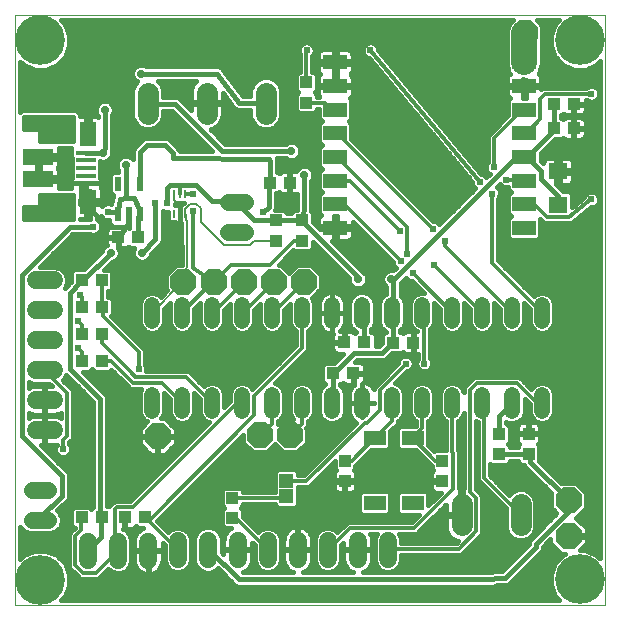
<source format=gbl>
G75*
%MOIN*%
%OFA0B0*%
%FSLAX24Y24*%
%IPPOS*%
%LPD*%
%AMOC8*
5,1,8,0,0,1.08239X$1,22.5*
%
%ADD10C,0.0000*%
%ADD11R,0.0630X0.0551*%
%ADD12R,0.0433X0.0394*%
%ADD13R,0.0787X0.0512*%
%ADD14OC8,0.0850*%
%ADD15C,0.0600*%
%ADD16R,0.0394X0.0433*%
%ADD17R,0.0217X0.0472*%
%ADD18C,0.0520*%
%ADD19R,0.0748X0.0512*%
%ADD20R,0.0112X0.0276*%
%ADD21R,0.0673X0.0157*%
%ADD22R,0.0575X0.0787*%
%ADD23R,0.0984X0.0541*%
%ADD24C,0.0160*%
%ADD25R,0.0500X0.0500*%
%ADD26C,0.0705*%
%ADD27C,0.0560*%
%ADD28C,0.0240*%
%ADD29C,0.0280*%
%ADD30C,0.0120*%
%ADD31C,0.0080*%
%ADD32C,0.0860*%
%ADD33C,0.1660*%
%ADD34C,0.0100*%
D10*
X000180Y000180D02*
X000180Y019865D01*
X019865Y019865D01*
X019865Y000180D01*
X000180Y000180D01*
D11*
X018288Y013535D03*
X018288Y014638D03*
D12*
X018144Y016072D03*
X018813Y016072D03*
X018813Y016885D03*
X018144Y016885D03*
X013462Y008930D03*
X012792Y008930D03*
X011834Y008940D03*
X011164Y008940D03*
X011462Y007907D03*
X010792Y007907D03*
X007434Y003765D03*
X007434Y003095D03*
X003091Y010120D03*
X002421Y010120D03*
X003629Y012451D03*
X004298Y012451D03*
X008679Y014262D03*
X009349Y014262D03*
X009754Y013006D03*
X009754Y012337D03*
X008886Y012337D03*
X008886Y013006D03*
X009898Y016937D03*
X009898Y017606D03*
X016309Y005890D03*
X016309Y005220D03*
D13*
X017163Y012763D03*
X017163Y013550D03*
X017163Y014337D03*
X017163Y015125D03*
X017163Y015912D03*
X017163Y016700D03*
X017163Y017487D03*
X017163Y018274D03*
X010864Y018274D03*
X010864Y017487D03*
X010864Y016700D03*
X010864Y015912D03*
X010864Y015125D03*
X010864Y014337D03*
X010864Y013550D03*
X010864Y012763D03*
D14*
X009817Y010961D03*
X008817Y010961D03*
X007817Y010961D03*
X006816Y010961D03*
X005796Y010961D03*
X008358Y005838D03*
X009358Y005838D03*
X004943Y005805D03*
X018642Y002490D03*
X018645Y003674D03*
X017192Y019270D03*
D15*
X001480Y011006D02*
X000880Y011006D01*
X000880Y010006D02*
X001480Y010006D01*
X001480Y009006D02*
X000880Y009006D01*
X000880Y008006D02*
X001480Y008006D01*
X001480Y007006D02*
X000880Y007006D01*
X000880Y006006D02*
X001480Y006006D01*
X002625Y002301D02*
X002625Y001701D01*
X003625Y001701D02*
X003625Y002301D01*
X004625Y002301D02*
X004625Y001701D01*
X005615Y001728D02*
X005615Y002328D01*
X006615Y002328D02*
X006615Y001728D01*
X007615Y001728D02*
X007615Y002328D01*
X008615Y002328D02*
X008615Y001728D01*
X009615Y001728D02*
X009615Y002328D01*
X010615Y002328D02*
X010615Y001728D01*
X011615Y001728D02*
X011615Y002328D01*
X012615Y002328D02*
X012615Y001728D01*
D16*
X011184Y004323D03*
X011184Y004992D03*
X014434Y004992D03*
X014434Y004323D03*
X017309Y005220D03*
X017309Y005890D03*
X004519Y003111D03*
X003849Y003111D03*
X003075Y003111D03*
X002405Y003111D03*
X002421Y008317D03*
X003091Y008317D03*
X003091Y009218D03*
X002421Y009218D03*
X002421Y011005D03*
X003091Y011005D03*
D17*
X003605Y013211D03*
X003979Y013211D03*
X004353Y013211D03*
X004353Y014235D03*
X003605Y014235D03*
D18*
X004752Y010190D02*
X004752Y009670D01*
X005752Y009670D02*
X005752Y010190D01*
X006752Y010190D02*
X006752Y009670D01*
X007752Y009670D02*
X007752Y010190D01*
X008752Y010190D02*
X008752Y009670D01*
X009752Y009670D02*
X009752Y010190D01*
X010752Y010190D02*
X010752Y009670D01*
X011752Y009670D02*
X011752Y010190D01*
X012752Y010190D02*
X012752Y009670D01*
X013752Y009670D02*
X013752Y010190D01*
X014752Y010190D02*
X014752Y009670D01*
X015752Y009670D02*
X015752Y010190D01*
X016752Y010190D02*
X016752Y009670D01*
X017752Y009670D02*
X017752Y010190D01*
X017752Y007190D02*
X017752Y006670D01*
X016752Y006670D02*
X016752Y007190D01*
X015752Y007190D02*
X015752Y006670D01*
X014752Y006670D02*
X014752Y007190D01*
X013752Y007190D02*
X013752Y006670D01*
X012752Y006670D02*
X012752Y007190D01*
X011752Y007190D02*
X011752Y006670D01*
X010752Y006670D02*
X010752Y007190D01*
X009752Y007190D02*
X009752Y006670D01*
X008752Y006670D02*
X008752Y007190D01*
X007752Y007190D02*
X007752Y006670D01*
X006752Y006670D02*
X006752Y007190D01*
X005752Y007190D02*
X005752Y006670D01*
X004752Y006670D02*
X004752Y007190D01*
D19*
X012179Y005763D03*
X013439Y005763D03*
X013439Y003597D03*
X012179Y003597D03*
D20*
X005868Y013230D03*
X005671Y013230D03*
X005475Y013230D03*
X005475Y013880D03*
X005671Y013880D03*
X005868Y013880D03*
D21*
X002556Y014244D03*
X002556Y014500D03*
X002556Y014756D03*
X002556Y015012D03*
X002556Y015268D03*
D22*
X002607Y015898D03*
X002607Y013614D03*
D23*
X000970Y014387D03*
X000970Y015125D03*
D24*
X001025Y015079D02*
X002080Y015079D01*
X002080Y015103D02*
X002080Y014437D01*
X002075Y014433D01*
X002052Y014392D01*
X002040Y014346D01*
X002040Y014244D01*
X002040Y014142D01*
X002052Y014096D01*
X002059Y014084D01*
X001639Y014084D01*
X001642Y014092D01*
X001642Y014331D01*
X001025Y014331D01*
X001025Y014442D01*
X001642Y014442D01*
X001642Y014681D01*
X001629Y014727D01*
X001613Y014756D01*
X001629Y014785D01*
X001642Y014831D01*
X001642Y015070D01*
X001025Y015070D01*
X001025Y015180D01*
X001642Y015180D01*
X001642Y015419D01*
X001641Y015421D01*
X002068Y015421D01*
X002060Y015413D01*
X002060Y015123D01*
X002080Y015103D01*
X002060Y015238D02*
X001642Y015238D01*
X001642Y015396D02*
X002060Y015396D01*
X002137Y015641D02*
X001027Y015641D01*
X001027Y016062D01*
X000495Y016062D01*
X000497Y016457D01*
X001127Y016457D01*
X001125Y016458D01*
X002137Y016458D01*
X002137Y015641D01*
X002137Y015713D02*
X001027Y015713D01*
X001027Y015872D02*
X002137Y015872D01*
X002137Y016030D02*
X001027Y016030D01*
X000496Y016189D02*
X002137Y016189D01*
X002137Y016347D02*
X000496Y016347D01*
X000360Y016631D02*
X000360Y018304D01*
X000482Y018183D01*
X000838Y018035D01*
X001224Y018035D01*
X001580Y018183D01*
X001853Y018455D01*
X002001Y018812D01*
X002001Y019198D01*
X001853Y019554D01*
X001722Y019685D01*
X016789Y019685D01*
X016777Y019677D01*
X016734Y019611D01*
X016627Y019504D01*
X016627Y019418D01*
X016600Y019353D01*
X016600Y018370D01*
X016585Y018218D01*
X016600Y018168D01*
X016600Y018167D01*
X016602Y018163D01*
X016630Y018070D01*
X016630Y017961D01*
X016687Y017903D01*
X016659Y017887D01*
X016626Y017854D01*
X016602Y017812D01*
X016590Y017767D01*
X016590Y017535D01*
X017115Y017535D01*
X017115Y017439D01*
X016590Y017439D01*
X016590Y017207D01*
X016602Y017162D01*
X016626Y017121D01*
X016659Y017087D01*
X016687Y017071D01*
X016630Y017014D01*
X016630Y016512D01*
X015950Y015833D01*
X015950Y014948D01*
X015930Y014927D01*
X015890Y014832D01*
X015890Y014728D01*
X015930Y014633D01*
X016003Y014560D01*
X016008Y014557D01*
X015904Y014454D01*
X015837Y014520D01*
X015742Y014560D01*
X015734Y014560D01*
X012292Y018681D01*
X012292Y018732D01*
X012252Y018827D01*
X012179Y018900D01*
X012084Y018940D01*
X011980Y018940D01*
X011885Y018900D01*
X011811Y018827D01*
X011772Y018732D01*
X011772Y018628D01*
X011811Y018533D01*
X011885Y018460D01*
X011980Y018420D01*
X011988Y018420D01*
X015430Y014299D01*
X015430Y014248D01*
X015470Y014153D01*
X015537Y014086D01*
X014329Y012879D01*
X014257Y012950D01*
X014162Y012990D01*
X014133Y012990D01*
X011398Y015725D01*
X011398Y016226D01*
X011318Y016306D01*
X011398Y016386D01*
X011398Y017014D01*
X011340Y017071D01*
X011368Y017087D01*
X011402Y017121D01*
X011426Y017162D01*
X011438Y017207D01*
X011438Y017439D01*
X010912Y017439D01*
X010912Y017535D01*
X010816Y017535D01*
X010816Y017439D01*
X010291Y017439D01*
X010291Y017207D01*
X010303Y017162D01*
X010321Y017130D01*
X010254Y017130D01*
X010254Y017192D01*
X010175Y017271D01*
X010254Y017351D01*
X010254Y017861D01*
X010172Y017943D01*
X010100Y017943D01*
X010100Y018498D01*
X010135Y018533D01*
X010175Y018628D01*
X010175Y018732D01*
X010135Y018827D01*
X010062Y018900D01*
X009967Y018940D01*
X009863Y018940D01*
X009768Y018900D01*
X009694Y018827D01*
X009655Y018732D01*
X009655Y018628D01*
X009694Y018533D01*
X009700Y018527D01*
X009700Y017943D01*
X009623Y017943D01*
X009541Y017861D01*
X009541Y017351D01*
X009621Y017271D01*
X009541Y017192D01*
X009541Y016682D01*
X009623Y016600D01*
X010172Y016600D01*
X010254Y016682D01*
X010254Y016730D01*
X010331Y016730D01*
X010331Y016386D01*
X010410Y016306D01*
X010331Y016226D01*
X010331Y015598D01*
X010410Y015519D01*
X010331Y015439D01*
X010331Y014811D01*
X010410Y014731D01*
X010331Y014651D01*
X010331Y014024D01*
X010410Y013944D01*
X010331Y013864D01*
X010331Y013236D01*
X010388Y013179D01*
X010360Y013163D01*
X010326Y013129D01*
X010303Y013088D01*
X010291Y013042D01*
X010291Y012811D01*
X010816Y012811D01*
X010816Y013154D01*
X010912Y013154D01*
X010912Y012811D01*
X010816Y012811D01*
X010816Y012715D01*
X010365Y012715D01*
X010130Y012949D01*
X010130Y013269D01*
X010055Y013345D01*
X010064Y013450D01*
X010068Y013460D01*
X010068Y013497D01*
X010071Y013534D01*
X010068Y013545D01*
X010068Y014334D01*
X010083Y014348D01*
X010128Y014458D01*
X010128Y014577D01*
X010083Y014688D01*
X009998Y014772D01*
X009888Y014818D01*
X009769Y014818D01*
X009658Y014772D01*
X009574Y014688D01*
X009554Y014639D01*
X009367Y014639D01*
X009367Y014281D01*
X009330Y014281D01*
X009330Y014639D01*
X009108Y014639D01*
X009063Y014627D01*
X009022Y014603D01*
X009000Y014582D01*
X008962Y014619D01*
X008920Y014619D01*
X008920Y014962D01*
X008925Y014981D01*
X008920Y015009D01*
X008920Y015038D01*
X008913Y015056D01*
X008909Y015080D01*
X009216Y015080D01*
X009230Y015066D01*
X009340Y015020D01*
X009460Y015020D01*
X009570Y015066D01*
X009654Y015150D01*
X009700Y015260D01*
X009700Y015380D01*
X009654Y015490D01*
X009570Y015574D01*
X009460Y015620D01*
X009340Y015620D01*
X009230Y015574D01*
X009216Y015560D01*
X007190Y015560D01*
X006706Y016043D01*
X006785Y016069D01*
X006860Y016107D01*
X006928Y016156D01*
X006987Y016215D01*
X007036Y016283D01*
X007074Y016358D01*
X007100Y016438D01*
X007113Y016520D01*
X007113Y016877D01*
X006618Y016877D01*
X006618Y016952D01*
X007113Y016952D01*
X007113Y017251D01*
X007450Y016800D01*
X007457Y016784D01*
X007478Y016763D01*
X007496Y016738D01*
X007512Y016729D01*
X007524Y016717D01*
X007552Y016705D01*
X007579Y016689D01*
X007596Y016687D01*
X007612Y016680D01*
X007643Y016680D01*
X007673Y016676D01*
X007690Y016680D01*
X008037Y016680D01*
X008037Y016460D01*
X008115Y016272D01*
X008259Y016128D01*
X008447Y016050D01*
X008651Y016050D01*
X008840Y016128D01*
X008984Y016272D01*
X009062Y016460D01*
X009062Y017369D01*
X008984Y017558D01*
X008840Y017702D01*
X008651Y017780D01*
X008447Y017780D01*
X008259Y017702D01*
X008115Y017558D01*
X008037Y017369D01*
X008037Y017160D01*
X007780Y017160D01*
X007135Y018024D01*
X007128Y018040D01*
X007107Y018062D01*
X007088Y018086D01*
X007073Y018095D01*
X007061Y018108D01*
X007032Y018120D01*
X007006Y018135D01*
X006989Y018138D01*
X006972Y018144D01*
X006942Y018144D01*
X006912Y018149D01*
X006895Y018144D01*
X004584Y018144D01*
X004570Y018159D01*
X004460Y018204D01*
X004340Y018204D01*
X004230Y018159D01*
X004146Y018074D01*
X004100Y017964D01*
X004100Y017845D01*
X004146Y017735D01*
X004230Y017650D01*
X004259Y017638D01*
X004178Y017558D01*
X004100Y017369D01*
X004100Y016460D01*
X004178Y016272D01*
X004322Y016128D01*
X004510Y016050D01*
X004714Y016050D01*
X004903Y016128D01*
X005047Y016272D01*
X005125Y016460D01*
X005125Y016650D01*
X005421Y016650D01*
X006758Y015313D01*
X005679Y015314D01*
X005654Y015376D01*
X005586Y015443D01*
X005316Y015713D01*
X005228Y015750D01*
X004532Y015750D01*
X004444Y015713D01*
X003420Y015713D01*
X003420Y015555D02*
X004285Y015555D01*
X004377Y015646D02*
X004157Y015426D01*
X004120Y015338D01*
X004120Y015042D01*
X004045Y015118D01*
X003934Y015163D01*
X003815Y015163D01*
X003705Y015118D01*
X003620Y015033D01*
X003575Y014923D01*
X003575Y014804D01*
X003620Y014693D01*
X003636Y014678D01*
X003636Y014611D01*
X003439Y014611D01*
X003357Y014529D01*
X003357Y013941D01*
X003439Y013859D01*
X003466Y013859D01*
X003460Y013841D01*
X003447Y013822D01*
X003443Y013797D01*
X003434Y013774D01*
X003434Y013750D01*
X003404Y013581D01*
X003386Y013563D01*
X003346Y013580D01*
X003234Y013580D01*
X003132Y013537D01*
X003075Y013481D01*
X003075Y013550D01*
X002671Y013550D01*
X002671Y013053D01*
X002640Y013040D01*
X002357Y013040D01*
X002357Y013040D01*
X002544Y013040D01*
X002544Y013550D01*
X002671Y013550D01*
X002671Y013678D01*
X002544Y013678D01*
X002544Y013985D01*
X002556Y013985D01*
X002556Y014244D01*
X002556Y014244D01*
X002040Y014244D01*
X002556Y014244D01*
X002556Y014244D01*
X002556Y013985D01*
X002671Y013985D01*
X002671Y013678D01*
X003075Y013678D01*
X003075Y014031D01*
X003062Y014077D01*
X003056Y014088D01*
X003060Y014096D01*
X003073Y014142D01*
X003073Y014244D01*
X003073Y014346D01*
X003060Y014392D01*
X003037Y014433D01*
X003033Y014437D01*
X003033Y014984D01*
X003074Y014967D01*
X003193Y014967D01*
X003304Y015013D01*
X003388Y015097D01*
X003434Y015208D01*
X003434Y015327D01*
X003418Y015366D01*
X003420Y015372D01*
X003420Y015405D01*
X003424Y015438D01*
X003420Y015452D01*
X003420Y016500D01*
X003434Y016515D01*
X003480Y016625D01*
X003480Y016744D01*
X003434Y016854D01*
X003350Y016939D01*
X003240Y016984D01*
X003120Y016984D01*
X003010Y016939D01*
X002926Y016854D01*
X002880Y016744D01*
X002880Y016625D01*
X002926Y016515D01*
X002940Y016500D01*
X002940Y016465D01*
X002918Y016471D01*
X002671Y016471D01*
X002671Y015961D01*
X002544Y015961D01*
X002544Y016471D01*
X002357Y016471D01*
X002357Y016549D01*
X002228Y016678D01*
X001181Y016678D01*
X001150Y016694D01*
X001093Y016678D01*
X001034Y016678D01*
X001033Y016677D01*
X000497Y016677D01*
X000407Y016677D01*
X000406Y016677D01*
X000360Y016631D01*
X000360Y016664D02*
X000393Y016664D01*
X000406Y016677D02*
X000406Y016677D01*
X000360Y016823D02*
X002913Y016823D01*
X002880Y016664D02*
X002242Y016664D01*
X002357Y016506D02*
X002935Y016506D01*
X003180Y016684D02*
X003180Y015420D01*
X003170Y015340D01*
X003134Y015267D01*
X002584Y015267D01*
X002556Y015268D01*
X002080Y014921D02*
X001642Y014921D01*
X001616Y014762D02*
X002080Y014762D01*
X002080Y014604D02*
X001642Y014604D01*
X001642Y014445D02*
X002080Y014445D01*
X002040Y014287D02*
X001642Y014287D01*
X001642Y014128D02*
X002043Y014128D01*
X002137Y013864D02*
X001027Y013864D01*
X001027Y013443D01*
X000495Y013443D01*
X000493Y013046D01*
X001123Y013046D01*
X001125Y013047D01*
X002137Y013047D01*
X002137Y013864D01*
X002137Y013811D02*
X001027Y013811D01*
X001027Y013653D02*
X002137Y013653D01*
X002137Y013494D02*
X001027Y013494D01*
X000495Y013336D02*
X002137Y013336D01*
X002137Y013177D02*
X000494Y013177D01*
X001627Y012068D02*
X003104Y012068D01*
X003119Y012103D02*
X003073Y011992D01*
X003073Y011972D01*
X002482Y011381D01*
X002158Y011381D01*
X002064Y011288D01*
X002064Y010974D01*
X001857Y010767D01*
X001920Y010918D01*
X001920Y011093D01*
X001853Y011255D01*
X001729Y011379D01*
X001568Y011446D01*
X001005Y011446D01*
X002120Y012560D01*
X002634Y012560D01*
X002733Y012519D01*
X002845Y012519D01*
X002948Y012561D01*
X003026Y012640D01*
X003069Y012743D01*
X003069Y012854D01*
X003026Y012957D01*
X002948Y013036D01*
X002930Y013043D01*
X002964Y013053D01*
X003005Y013076D01*
X003039Y013110D01*
X003055Y013139D01*
X003132Y013063D01*
X003234Y013020D01*
X003337Y013020D01*
X003337Y012909D01*
X003419Y012828D01*
X003389Y012828D01*
X003343Y012815D01*
X003302Y012792D01*
X003268Y012758D01*
X003245Y012717D01*
X003232Y012671D01*
X003232Y012469D01*
X003611Y012469D01*
X003611Y012432D01*
X003647Y012432D01*
X003647Y012074D01*
X003869Y012074D01*
X003915Y012086D01*
X003956Y012110D01*
X003978Y012132D01*
X004015Y012094D01*
X004165Y012094D01*
X004123Y011992D01*
X004123Y011873D01*
X004169Y011763D01*
X004253Y011678D01*
X004363Y011633D01*
X004483Y011633D01*
X004593Y011678D01*
X004677Y011763D01*
X004723Y011873D01*
X004723Y011893D01*
X005039Y012210D01*
X005074Y012244D01*
X005092Y012287D01*
X005110Y012332D01*
X005110Y012332D01*
X005110Y012332D01*
X005110Y012380D01*
X005110Y013330D01*
X005195Y013295D01*
X005278Y013295D01*
X005278Y013034D01*
X005360Y012952D01*
X005501Y012952D01*
X005505Y012948D01*
X005546Y012924D01*
X005592Y012912D01*
X005671Y012912D01*
X005671Y013230D01*
X005671Y013548D01*
X005592Y013548D01*
X005546Y013535D01*
X005531Y013527D01*
X005531Y013562D01*
X005554Y013562D01*
X005600Y013574D01*
X005613Y013582D01*
X005794Y013582D01*
X005814Y013602D01*
X005817Y013602D01*
X005796Y013580D01*
X005761Y013545D01*
X005751Y013548D01*
X005671Y013548D01*
X005671Y013230D01*
X005671Y013230D01*
X005671Y013230D01*
X005671Y012912D01*
X005729Y012912D01*
X005731Y012909D01*
X005742Y011526D01*
X005562Y011526D01*
X005231Y011195D01*
X005231Y010726D01*
X005267Y010691D01*
X005042Y010466D01*
X004979Y010529D01*
X004832Y010590D01*
X004672Y010590D01*
X004525Y010529D01*
X004413Y010417D01*
X004352Y010270D01*
X004352Y009590D01*
X004413Y009443D01*
X004525Y009331D01*
X004672Y009270D01*
X004832Y009270D01*
X004979Y009331D01*
X005091Y009443D01*
X005152Y009590D01*
X005152Y010067D01*
X005352Y010267D01*
X005352Y009590D01*
X005413Y009443D01*
X005525Y009331D01*
X005672Y009270D01*
X005832Y009270D01*
X005979Y009331D01*
X006091Y009443D01*
X006152Y009590D01*
X006152Y010039D01*
X006352Y010239D01*
X006352Y009590D01*
X006413Y009443D01*
X006525Y009331D01*
X006672Y009270D01*
X006832Y009270D01*
X006979Y009331D01*
X007091Y009443D01*
X007152Y009590D01*
X007152Y010019D01*
X007352Y010219D01*
X007352Y009590D01*
X007413Y009443D01*
X007525Y009331D01*
X007672Y009270D01*
X007832Y009270D01*
X007979Y009331D01*
X008091Y009443D01*
X008152Y009590D01*
X008152Y010019D01*
X008352Y010219D01*
X008352Y009590D01*
X008413Y009443D01*
X008525Y009331D01*
X008672Y009270D01*
X008832Y009270D01*
X008979Y009331D01*
X009091Y009443D01*
X009152Y009590D01*
X009152Y010019D01*
X009352Y010219D01*
X009352Y009590D01*
X009413Y009443D01*
X009525Y009331D01*
X009550Y009321D01*
X009550Y008843D01*
X008101Y007393D01*
X008091Y007417D01*
X007979Y007529D01*
X007832Y007590D01*
X007672Y007590D01*
X007525Y007529D01*
X007413Y007417D01*
X007352Y007270D01*
X007352Y006985D01*
X007152Y006785D01*
X007152Y007270D01*
X007091Y007417D01*
X006979Y007529D01*
X006832Y007590D01*
X006672Y007590D01*
X006525Y007529D01*
X006480Y007483D01*
X005973Y007990D01*
X004567Y007990D01*
X004570Y007998D01*
X004570Y008102D01*
X004531Y008197D01*
X004510Y008218D01*
X004510Y008703D01*
X004393Y008820D01*
X003398Y009815D01*
X003447Y009865D01*
X003447Y010375D01*
X003365Y010457D01*
X003290Y010457D01*
X003290Y010648D01*
X003345Y010648D01*
X003427Y010730D01*
X003427Y011279D01*
X003345Y011361D01*
X003141Y011361D01*
X003412Y011633D01*
X003433Y011633D01*
X003543Y011678D01*
X003627Y011763D01*
X003673Y011873D01*
X003673Y011992D01*
X003627Y012103D01*
X003611Y012119D01*
X003611Y012432D01*
X003232Y012432D01*
X003232Y012230D01*
X003240Y012202D01*
X003203Y012187D01*
X003119Y012103D01*
X003234Y012226D02*
X001786Y012226D01*
X001944Y012385D02*
X003232Y012385D01*
X003232Y012543D02*
X002903Y012543D01*
X003052Y012702D02*
X003241Y012702D01*
X003264Y012812D02*
X002484Y013592D01*
X002544Y013550D02*
X002357Y013550D01*
X002357Y013678D01*
X002544Y013678D01*
X002544Y013550D01*
X002544Y013494D02*
X002671Y013494D01*
X002671Y013336D02*
X002544Y013336D01*
X002544Y013177D02*
X002671Y013177D01*
X002965Y013019D02*
X003337Y013019D01*
X003386Y012860D02*
X003067Y012860D01*
X003264Y012812D02*
X003361Y012779D01*
X003850Y012779D01*
X003950Y012795D02*
X003979Y012795D01*
X003979Y013211D01*
X003979Y013211D01*
X003979Y012795D01*
X004003Y012795D01*
X003978Y012770D01*
X003956Y012792D01*
X003950Y012795D01*
X003979Y012860D02*
X003979Y012860D01*
X003979Y012939D02*
X003752Y012595D01*
X003629Y012451D01*
X003611Y012385D02*
X003647Y012385D01*
X003647Y012226D02*
X003611Y012226D01*
X003642Y012068D02*
X004154Y012068D01*
X004123Y011909D02*
X003673Y011909D01*
X003615Y011751D02*
X004181Y011751D01*
X004423Y011933D02*
X004870Y012380D01*
X004870Y013575D01*
X005251Y013575D02*
X005250Y013650D01*
X005250Y014080D01*
X005350Y014180D01*
X005673Y014181D01*
X006230Y014180D01*
X006770Y013640D01*
X007500Y013640D01*
X007580Y013609D01*
X007580Y013600D01*
X008170Y013010D01*
X008810Y013010D01*
X008886Y013006D01*
X008890Y013010D01*
X009750Y013010D01*
X009754Y013006D01*
X009800Y012940D01*
X011620Y011120D01*
X011620Y011050D01*
X011819Y011275D02*
X012531Y011275D01*
X012560Y011304D02*
X012476Y011220D01*
X012430Y011110D01*
X012430Y010990D01*
X012476Y010880D01*
X012560Y010796D01*
X012560Y010565D01*
X012514Y010546D01*
X012396Y010428D01*
X012332Y010274D01*
X012332Y009586D01*
X012396Y009432D01*
X012514Y009314D01*
X012550Y009299D01*
X012550Y009287D01*
X012510Y009287D01*
X012416Y009193D01*
X012416Y008925D01*
X012311Y008820D01*
X012210Y008820D01*
X012210Y009203D01*
X012117Y009297D01*
X012070Y009297D01*
X012070Y009394D01*
X012108Y009432D01*
X012172Y009586D01*
X012172Y010274D01*
X012108Y010428D01*
X011990Y010546D01*
X011836Y010610D01*
X011668Y010610D01*
X011514Y010546D01*
X011396Y010428D01*
X011332Y010274D01*
X011332Y009586D01*
X011396Y009432D01*
X011514Y009314D01*
X011556Y009297D01*
X011551Y009297D01*
X011513Y009259D01*
X011491Y009281D01*
X011450Y009304D01*
X011405Y009317D01*
X011183Y009317D01*
X011183Y008958D01*
X011146Y008958D01*
X011146Y008921D01*
X010768Y008921D01*
X010768Y008719D01*
X010780Y008674D01*
X010804Y008632D01*
X010837Y008599D01*
X010878Y008575D01*
X010924Y008563D01*
X011134Y008563D01*
X010835Y008264D01*
X010510Y008264D01*
X010416Y008170D01*
X010416Y007644D01*
X010510Y007551D01*
X010525Y007551D01*
X010514Y007546D01*
X010396Y007428D01*
X010332Y007274D01*
X010332Y006586D01*
X010396Y006432D01*
X010514Y006314D01*
X010668Y006250D01*
X010836Y006250D01*
X010990Y006314D01*
X011108Y006432D01*
X011172Y006586D01*
X011172Y007274D01*
X011108Y007428D01*
X011030Y007506D01*
X011030Y007551D01*
X011075Y007551D01*
X011113Y007588D01*
X011135Y007566D01*
X011176Y007543D01*
X011221Y007531D01*
X011443Y007531D01*
X011443Y007889D01*
X011480Y007889D01*
X011480Y007536D01*
X011465Y007526D01*
X011416Y007477D01*
X011376Y007421D01*
X011344Y007359D01*
X011323Y007293D01*
X011312Y007225D01*
X011312Y006930D01*
X011752Y006930D01*
X011752Y006930D01*
X011312Y006930D01*
X011312Y006635D01*
X011323Y006567D01*
X011344Y006501D01*
X011376Y006439D01*
X011416Y006383D01*
X011465Y006334D01*
X011521Y006294D01*
X011568Y006270D01*
X009817Y004520D01*
X009625Y004520D01*
X009625Y004626D01*
X009543Y004708D01*
X008927Y004708D01*
X008845Y004626D01*
X008845Y003970D01*
X007791Y003970D01*
X007791Y004019D01*
X007709Y004101D01*
X007160Y004101D01*
X007078Y004019D01*
X007078Y003510D01*
X007157Y003430D01*
X007078Y003350D01*
X005283Y003350D01*
X005125Y003192D02*
X007078Y003192D01*
X007078Y003350D02*
X007078Y002841D01*
X007160Y002759D01*
X007402Y002759D01*
X007364Y002739D01*
X007303Y002695D01*
X007249Y002641D01*
X007205Y002580D01*
X007170Y002513D01*
X007147Y002441D01*
X007135Y002366D01*
X007135Y002048D01*
X007595Y002048D01*
X007595Y002008D01*
X007135Y002008D01*
X007135Y001894D01*
X007075Y001954D01*
X007075Y002420D01*
X007005Y002589D01*
X006876Y002718D01*
X006707Y002788D01*
X006524Y002788D01*
X006355Y002718D01*
X006225Y002589D01*
X006155Y002420D01*
X006155Y001637D01*
X006225Y001468D01*
X006355Y001338D01*
X006524Y001268D01*
X006707Y001268D01*
X006876Y001338D01*
X006944Y001407D01*
X007447Y000904D01*
X007514Y000837D01*
X007602Y000800D01*
X016098Y000800D01*
X016113Y000796D01*
X016145Y000800D01*
X016178Y000800D01*
X016192Y000806D01*
X016208Y000808D01*
X016236Y000824D01*
X016266Y000837D01*
X016270Y000840D01*
X016558Y000840D01*
X016646Y000877D01*
X016714Y000944D01*
X017754Y001984D01*
X017790Y002072D01*
X017790Y002131D01*
X018037Y002377D01*
X018037Y002240D01*
X018391Y001885D01*
X018510Y001885D01*
X018460Y001865D01*
X018187Y001592D01*
X018040Y001235D01*
X018040Y000849D01*
X018187Y000493D01*
X018320Y000360D01*
X001732Y000360D01*
X001852Y000481D01*
X002000Y000837D01*
X002000Y001223D01*
X001852Y001579D01*
X001580Y001852D01*
X001223Y002000D01*
X000837Y002000D01*
X000481Y001852D01*
X000360Y001732D01*
X000360Y002778D01*
X000366Y002763D01*
X000490Y002639D01*
X000652Y002572D01*
X001387Y002572D01*
X001549Y002639D01*
X001672Y002763D01*
X001739Y002925D01*
X001739Y003100D01*
X001672Y003261D01*
X001592Y003342D01*
X001876Y003627D01*
X001944Y003694D01*
X001980Y003782D01*
X001980Y004538D01*
X001944Y004626D01*
X001044Y005526D01*
X001160Y005526D01*
X001160Y005986D01*
X001200Y005986D01*
X001200Y005526D01*
X001518Y005526D01*
X001578Y005535D01*
X001570Y005527D01*
X001530Y005432D01*
X001530Y005328D01*
X001570Y005233D01*
X001643Y005160D01*
X001738Y005120D01*
X001842Y005120D01*
X001937Y005160D01*
X002011Y005233D01*
X002050Y005328D01*
X002050Y005432D01*
X002011Y005527D01*
X001990Y005548D01*
X001990Y005607D01*
X002003Y005620D01*
X002120Y005737D01*
X002120Y007343D01*
X001780Y007683D01*
X001853Y007757D01*
X001894Y007856D01*
X002790Y006961D01*
X002790Y003466D01*
X002726Y003402D01*
X002660Y003467D01*
X002151Y003467D01*
X002069Y003385D01*
X002069Y002836D01*
X002151Y002754D01*
X002172Y002754D01*
X002097Y002680D01*
X001980Y002563D01*
X001980Y001437D01*
X002240Y001177D01*
X002357Y001060D01*
X002963Y001060D01*
X003303Y001400D01*
X003376Y001328D01*
X003538Y001261D01*
X003713Y001261D01*
X003874Y001328D01*
X003998Y001452D01*
X004065Y001613D01*
X004065Y002388D01*
X003998Y002550D01*
X003874Y002674D01*
X003777Y002714D01*
X003831Y002714D01*
X003831Y003092D01*
X003868Y003092D01*
X003868Y002714D01*
X004070Y002714D01*
X004116Y002726D01*
X004157Y002750D01*
X004190Y002784D01*
X004206Y002812D01*
X004264Y002754D01*
X004467Y002754D01*
X004441Y002746D01*
X004373Y002711D01*
X004312Y002667D01*
X004259Y002614D01*
X004215Y002552D01*
X004180Y002485D01*
X004157Y002413D01*
X004145Y002339D01*
X004145Y002021D01*
X004605Y002021D01*
X004605Y001981D01*
X004145Y001981D01*
X004145Y001663D01*
X004157Y001588D01*
X004180Y001517D01*
X004215Y001449D01*
X004259Y001388D01*
X004312Y001335D01*
X004373Y001290D01*
X004441Y001256D01*
X004513Y001233D01*
X004587Y001221D01*
X004605Y001221D01*
X004605Y001981D01*
X004645Y001981D01*
X004645Y002021D01*
X005105Y002021D01*
X005105Y002242D01*
X005175Y002172D01*
X005175Y001641D01*
X005242Y001479D01*
X005366Y001355D01*
X005528Y001288D01*
X005703Y001288D01*
X005864Y001355D01*
X005988Y001479D01*
X006055Y001641D01*
X006055Y002416D01*
X005988Y002578D01*
X005864Y002701D01*
X005703Y002768D01*
X005528Y002768D01*
X005366Y002701D01*
X005289Y002624D01*
X004923Y002990D01*
X007793Y005860D01*
X007793Y005604D01*
X008124Y005273D01*
X008592Y005273D01*
X008858Y005539D01*
X009124Y005273D01*
X009592Y005273D01*
X009923Y005604D01*
X009923Y006072D01*
X009899Y006096D01*
X009950Y006147D01*
X009950Y006319D01*
X009979Y006331D01*
X010091Y006443D01*
X010152Y006590D01*
X010152Y007270D01*
X010091Y007417D01*
X009979Y007529D01*
X009832Y007590D01*
X009672Y007590D01*
X009525Y007529D01*
X009413Y007417D01*
X009352Y007270D01*
X009352Y006590D01*
X009413Y006443D01*
X009453Y006403D01*
X009124Y006403D01*
X008950Y006229D01*
X008950Y006319D01*
X008979Y006331D01*
X009091Y006443D01*
X009152Y006590D01*
X009152Y007270D01*
X009091Y007417D01*
X008979Y007529D01*
X008854Y007581D01*
X009950Y008677D01*
X009950Y009319D01*
X009979Y009331D01*
X010091Y009443D01*
X010152Y009590D01*
X010152Y010270D01*
X010091Y010417D01*
X010082Y010426D01*
X010382Y010726D01*
X010382Y011195D01*
X010051Y011526D01*
X009583Y011526D01*
X009317Y011260D01*
X009051Y011526D01*
X008979Y011526D01*
X009466Y012013D01*
X009479Y012000D01*
X010028Y012000D01*
X010110Y012082D01*
X010110Y012290D01*
X011320Y011081D01*
X011320Y010990D01*
X011366Y010880D01*
X011450Y010796D01*
X011560Y010750D01*
X011680Y010750D01*
X011790Y010796D01*
X011874Y010880D01*
X011920Y010990D01*
X011920Y011110D01*
X011874Y011220D01*
X011790Y011304D01*
X011765Y011315D01*
X011756Y011323D01*
X010753Y012327D01*
X010816Y012327D01*
X010816Y012715D01*
X010912Y012715D01*
X010912Y012811D01*
X011438Y012811D01*
X011438Y012969D01*
X012780Y011627D01*
X012780Y011598D01*
X012820Y011503D01*
X012887Y011436D01*
X012798Y011347D01*
X012790Y011350D01*
X012670Y011350D01*
X012560Y011304D01*
X012433Y011117D02*
X011917Y011117D01*
X011907Y010958D02*
X012444Y010958D01*
X012556Y010800D02*
X011794Y010800D01*
X011446Y010800D02*
X010382Y010800D01*
X010382Y010958D02*
X011334Y010958D01*
X011284Y011117D02*
X010382Y011117D01*
X010301Y011275D02*
X011126Y011275D01*
X010967Y011434D02*
X010143Y011434D01*
X010492Y011909D02*
X009362Y011909D01*
X009204Y011751D02*
X010650Y011751D01*
X010809Y011592D02*
X009045Y011592D01*
X009143Y011434D02*
X009491Y011434D01*
X009332Y011275D02*
X009301Y011275D01*
X010096Y012068D02*
X010333Y012068D01*
X010175Y012226D02*
X010110Y012226D01*
X010816Y012385D02*
X010912Y012385D01*
X010912Y012327D02*
X011282Y012327D01*
X011327Y012339D01*
X011368Y012363D01*
X011402Y012396D01*
X011426Y012437D01*
X011438Y012483D01*
X011438Y012715D01*
X010912Y012715D01*
X010912Y012327D01*
X010854Y012226D02*
X012181Y012226D01*
X012023Y012385D02*
X011390Y012385D01*
X011438Y012543D02*
X011864Y012543D01*
X011706Y012702D02*
X011438Y012702D01*
X011438Y012860D02*
X011547Y012860D01*
X010912Y012860D02*
X010816Y012860D01*
X010816Y012702D02*
X010912Y012702D01*
X010912Y012543D02*
X010816Y012543D01*
X010816Y013019D02*
X010912Y013019D01*
X010385Y013177D02*
X010130Y013177D01*
X010130Y013019D02*
X010291Y013019D01*
X010291Y012860D02*
X010220Y012860D01*
X009790Y013080D02*
X009754Y013006D01*
X009790Y013080D02*
X009828Y013508D01*
X009828Y014518D01*
X010117Y014604D02*
X010331Y014604D01*
X010331Y014445D02*
X010123Y014445D01*
X010068Y014287D02*
X010331Y014287D01*
X010331Y014128D02*
X010068Y014128D01*
X010068Y013970D02*
X010385Y013970D01*
X010331Y013811D02*
X010068Y013811D01*
X010068Y013653D02*
X010331Y013653D01*
X010331Y013494D02*
X010068Y013494D01*
X010064Y013336D02*
X010331Y013336D01*
X009574Y013363D02*
X009471Y013363D01*
X009377Y013269D01*
X009377Y013250D01*
X009263Y013250D01*
X009263Y013269D01*
X009169Y013363D01*
X008860Y013363D01*
X008880Y013412D01*
X008880Y013906D01*
X008962Y013906D01*
X009000Y013943D01*
X009022Y013921D01*
X009063Y013898D01*
X009108Y013886D01*
X009330Y013886D01*
X009330Y014244D01*
X009367Y014244D01*
X009367Y013886D01*
X009588Y013886D01*
X009588Y013518D01*
X009574Y013363D01*
X009586Y013494D02*
X008880Y013494D01*
X008880Y013653D02*
X009588Y013653D01*
X009588Y013811D02*
X008880Y013811D01*
X008640Y013460D02*
X008470Y013290D01*
X008640Y013460D02*
X008640Y014190D01*
X008679Y014262D01*
X008680Y014270D01*
X008680Y014990D01*
X008667Y015070D01*
X005464Y015075D01*
X005450Y015150D01*
X005450Y015240D01*
X005180Y015510D01*
X004580Y015510D01*
X004360Y015290D01*
X004360Y014200D01*
X004353Y014235D01*
X004150Y013738D02*
X003880Y013738D01*
X003875Y014863D01*
X004083Y015079D02*
X004120Y015079D01*
X004120Y015238D02*
X003434Y015238D01*
X003420Y015396D02*
X004144Y015396D01*
X004377Y015646D02*
X004444Y015713D01*
X004261Y016189D02*
X003420Y016189D01*
X003420Y016347D02*
X004147Y016347D01*
X004100Y016506D02*
X003425Y016506D01*
X003480Y016664D02*
X004100Y016664D01*
X004100Y016823D02*
X003448Y016823D01*
X003248Y016981D02*
X004100Y016981D01*
X004100Y017140D02*
X000360Y017140D01*
X000360Y017298D02*
X004100Y017298D01*
X004136Y017457D02*
X000360Y017457D01*
X000360Y017615D02*
X004235Y017615D01*
X004130Y017774D02*
X000360Y017774D01*
X000360Y017932D02*
X004100Y017932D01*
X004162Y018091D02*
X001358Y018091D01*
X001647Y018249D02*
X009700Y018249D01*
X009700Y018091D02*
X007081Y018091D01*
X007204Y017932D02*
X009613Y017932D01*
X009541Y017774D02*
X008666Y017774D01*
X008433Y017774D02*
X007322Y017774D01*
X007440Y017615D02*
X008172Y017615D01*
X008073Y017457D02*
X007559Y017457D01*
X007677Y017298D02*
X008037Y017298D01*
X007660Y016920D02*
X006925Y017904D01*
X004400Y017904D01*
X004940Y017664D02*
X006225Y017664D01*
X006175Y017614D01*
X006125Y017546D01*
X006087Y017472D01*
X006061Y017392D01*
X006048Y017309D01*
X006048Y016952D01*
X006543Y016952D01*
X006543Y016877D01*
X006048Y016877D01*
X006048Y016701D01*
X005656Y017093D01*
X005568Y017130D01*
X005125Y017130D01*
X005125Y017369D01*
X005047Y017558D01*
X004940Y017664D01*
X004989Y017615D02*
X006176Y017615D01*
X006082Y017457D02*
X005089Y017457D01*
X005125Y017298D02*
X006048Y017298D01*
X006048Y017140D02*
X005125Y017140D01*
X005520Y016890D02*
X004700Y016890D01*
X004612Y016915D01*
X004620Y016910D01*
X005125Y016506D02*
X005565Y016506D01*
X005724Y016347D02*
X005078Y016347D01*
X004963Y016189D02*
X005882Y016189D01*
X006041Y016030D02*
X003420Y016030D01*
X003420Y015872D02*
X006199Y015872D01*
X006358Y015713D02*
X005317Y015713D01*
X005475Y015555D02*
X006516Y015555D01*
X006675Y015396D02*
X005634Y015396D01*
X005450Y015150D02*
X005450Y015110D01*
X006720Y016030D02*
X010331Y016030D01*
X010331Y015872D02*
X006878Y015872D01*
X007037Y015713D02*
X010331Y015713D01*
X010374Y015555D02*
X009590Y015555D01*
X009693Y015396D02*
X010331Y015396D01*
X010331Y015238D02*
X009691Y015238D01*
X009583Y015079D02*
X010331Y015079D01*
X010331Y014921D02*
X008920Y014921D01*
X008909Y015079D02*
X009217Y015079D01*
X009400Y015320D02*
X007090Y015320D01*
X005520Y016890D01*
X005769Y016981D02*
X006048Y016981D01*
X006048Y016823D02*
X005927Y016823D01*
X006960Y016189D02*
X008198Y016189D01*
X008084Y016347D02*
X007069Y016347D01*
X007111Y016506D02*
X008037Y016506D01*
X008037Y016664D02*
X007113Y016664D01*
X007113Y016823D02*
X007433Y016823D01*
X007315Y016981D02*
X007113Y016981D01*
X007113Y017140D02*
X007197Y017140D01*
X007660Y016920D02*
X008540Y016920D01*
X008549Y016915D01*
X009062Y016981D02*
X009541Y016981D01*
X009541Y016823D02*
X009062Y016823D01*
X009062Y016664D02*
X009559Y016664D01*
X009541Y017140D02*
X009062Y017140D01*
X009062Y017298D02*
X009595Y017298D01*
X009541Y017457D02*
X009026Y017457D01*
X008926Y017615D02*
X009541Y017615D01*
X010183Y017932D02*
X010313Y017932D01*
X010303Y017949D02*
X010326Y017908D01*
X010354Y017881D01*
X010326Y017854D01*
X010303Y017812D01*
X010291Y017767D01*
X010291Y017535D01*
X010816Y017535D01*
X010816Y018227D01*
X010291Y018227D01*
X010291Y017995D01*
X010303Y017949D01*
X010291Y018091D02*
X010100Y018091D01*
X010100Y018249D02*
X010816Y018249D01*
X010816Y018227D02*
X010816Y018322D01*
X010291Y018322D01*
X010291Y018554D01*
X010303Y018600D01*
X010326Y018641D01*
X010360Y018674D01*
X010401Y018698D01*
X010447Y018710D01*
X010816Y018710D01*
X010816Y018322D01*
X010912Y018322D01*
X011438Y018322D01*
X011438Y018554D01*
X011426Y018600D01*
X011402Y018641D01*
X011368Y018674D01*
X011327Y018698D01*
X011282Y018710D01*
X010912Y018710D01*
X010912Y018322D01*
X010912Y018227D01*
X011438Y018227D01*
X011438Y017995D01*
X011426Y017949D01*
X011402Y017908D01*
X011375Y017881D01*
X011402Y017854D01*
X011426Y017812D01*
X011438Y017767D01*
X011438Y017535D01*
X010912Y017535D01*
X010912Y017839D01*
X010912Y018227D01*
X010816Y018227D01*
X010912Y018249D02*
X012131Y018249D01*
X011999Y018408D02*
X011438Y018408D01*
X011435Y018566D02*
X011798Y018566D01*
X011772Y018725D02*
X010175Y018725D01*
X010149Y018566D02*
X010294Y018566D01*
X010291Y018408D02*
X010100Y018408D01*
X009700Y018408D02*
X001805Y018408D01*
X001899Y018566D02*
X009681Y018566D01*
X009655Y018725D02*
X001965Y018725D01*
X002001Y018883D02*
X009750Y018883D01*
X010080Y018883D02*
X011867Y018883D01*
X012197Y018883D02*
X016600Y018883D01*
X016600Y018725D02*
X012292Y018725D01*
X012388Y018566D02*
X016600Y018566D01*
X016600Y018408D02*
X012520Y018408D01*
X012652Y018249D02*
X016588Y018249D01*
X016624Y018091D02*
X012785Y018091D01*
X012917Y017932D02*
X016658Y017932D01*
X016592Y017774D02*
X013050Y017774D01*
X013182Y017615D02*
X016590Y017615D01*
X016590Y017298D02*
X013447Y017298D01*
X013579Y017140D02*
X016615Y017140D01*
X016630Y016981D02*
X013711Y016981D01*
X013844Y016823D02*
X016630Y016823D01*
X016630Y016664D02*
X013976Y016664D01*
X014109Y016506D02*
X016623Y016506D01*
X016464Y016347D02*
X014241Y016347D01*
X014373Y016189D02*
X016306Y016189D01*
X016147Y016030D02*
X014506Y016030D01*
X014638Y015872D02*
X015989Y015872D01*
X015950Y015713D02*
X014771Y015713D01*
X014903Y015555D02*
X015950Y015555D01*
X015950Y015396D02*
X015035Y015396D01*
X015168Y015238D02*
X015950Y015238D01*
X015950Y015079D02*
X015300Y015079D01*
X015432Y014921D02*
X015927Y014921D01*
X015890Y014762D02*
X015565Y014762D01*
X015697Y014604D02*
X015959Y014604D01*
X016346Y014216D02*
X016413Y014150D01*
X016508Y014110D01*
X016612Y014110D01*
X016630Y014117D01*
X016630Y014024D01*
X016710Y013944D01*
X016630Y013864D01*
X016630Y013236D01*
X016710Y013156D01*
X016630Y013077D01*
X016630Y012449D01*
X016712Y012367D01*
X017615Y012367D01*
X017697Y012449D01*
X017697Y013050D01*
X017720Y013027D01*
X017837Y012910D01*
X018650Y012910D01*
X018722Y012902D01*
X018731Y012910D01*
X018743Y012910D01*
X018794Y012961D01*
X019393Y013446D01*
X019448Y013446D01*
X019544Y013485D01*
X019617Y013558D01*
X019656Y013654D01*
X019656Y013757D01*
X019617Y013853D01*
X019544Y013926D01*
X019448Y013966D01*
X019345Y013966D01*
X019249Y013926D01*
X019176Y013853D01*
X019136Y013757D01*
X019136Y013753D01*
X018763Y013451D01*
X018763Y013877D01*
X018670Y013971D01*
X018469Y013971D01*
X018231Y014209D01*
X018231Y014580D01*
X018346Y014580D01*
X018346Y014182D01*
X018627Y014182D01*
X018673Y014194D01*
X018714Y014218D01*
X018747Y014252D01*
X018771Y014293D01*
X018783Y014338D01*
X018783Y014580D01*
X018346Y014580D01*
X018346Y014695D01*
X018783Y014695D01*
X018783Y014937D01*
X018771Y014983D01*
X018747Y015024D01*
X018714Y015057D01*
X018673Y015081D01*
X018627Y015093D01*
X018346Y015093D01*
X018346Y014695D01*
X018231Y014695D01*
X018231Y015093D01*
X017950Y015093D01*
X017904Y015081D01*
X017863Y015057D01*
X017829Y015024D01*
X017806Y014983D01*
X017793Y014937D01*
X017793Y014926D01*
X017717Y015002D01*
X017717Y015248D01*
X018184Y015715D01*
X018427Y015715D01*
X018464Y015753D01*
X018486Y015731D01*
X018527Y015707D01*
X018573Y015695D01*
X018795Y015695D01*
X018795Y016053D01*
X018831Y016053D01*
X018831Y015695D01*
X019053Y015695D01*
X019099Y015707D01*
X019140Y015731D01*
X019174Y015764D01*
X019197Y015805D01*
X019210Y015851D01*
X019210Y016053D01*
X018831Y016053D01*
X018831Y016090D01*
X018795Y016090D01*
X018795Y016449D01*
X018573Y016449D01*
X018527Y016436D01*
X018486Y016413D01*
X018464Y016391D01*
X018427Y016429D01*
X018390Y016429D01*
X018390Y016528D01*
X018427Y016528D01*
X018464Y016566D01*
X018486Y016544D01*
X018527Y016520D01*
X018573Y016508D01*
X018795Y016508D01*
X018795Y016866D01*
X018831Y016866D01*
X018831Y016508D01*
X019053Y016508D01*
X019099Y016520D01*
X019140Y016544D01*
X019174Y016577D01*
X019197Y016618D01*
X019210Y016664D01*
X019210Y016866D01*
X018831Y016866D01*
X018831Y016903D01*
X019210Y016903D01*
X019210Y017028D01*
X019226Y017028D01*
X019249Y017005D01*
X019345Y016966D01*
X019448Y016966D01*
X019544Y017005D01*
X019617Y017078D01*
X019656Y017174D01*
X019656Y017277D01*
X019617Y017373D01*
X019544Y017446D01*
X019448Y017486D01*
X019345Y017486D01*
X019249Y017446D01*
X019231Y017428D01*
X019164Y017429D01*
X019163Y017430D01*
X019081Y017430D01*
X019000Y017431D01*
X018999Y017430D01*
X017787Y017430D01*
X017737Y017380D01*
X017737Y017439D01*
X017211Y017439D01*
X017211Y017096D01*
X017115Y017096D01*
X017115Y017439D01*
X017211Y017439D01*
X017211Y017535D01*
X017211Y017697D01*
X017115Y017706D01*
X017115Y017535D01*
X017211Y017535D01*
X017737Y017535D01*
X017737Y017767D01*
X017725Y017812D01*
X017701Y017854D01*
X017668Y017887D01*
X017640Y017903D01*
X017697Y017961D01*
X017697Y018057D01*
X017726Y018111D01*
X017729Y018140D01*
X017740Y018167D01*
X017740Y018252D01*
X017749Y018336D01*
X017740Y018364D01*
X017740Y019019D01*
X017757Y019036D01*
X017757Y019139D01*
X017760Y019147D01*
X017760Y019207D01*
X017773Y019275D01*
X017760Y019337D01*
X017760Y019373D01*
X017757Y019381D01*
X017757Y019504D01*
X017648Y019613D01*
X017599Y019684D01*
X017598Y019685D01*
X018319Y019685D01*
X018190Y019556D01*
X018042Y019199D01*
X018042Y018814D01*
X018190Y018457D01*
X018462Y018184D01*
X018819Y018037D01*
X019205Y018037D01*
X019561Y018184D01*
X019685Y018308D01*
X019685Y001738D01*
X019559Y001865D01*
X019202Y002012D01*
X019019Y002012D01*
X019247Y002240D01*
X019247Y002470D01*
X018662Y002470D01*
X018662Y002510D01*
X019247Y002510D01*
X019247Y002741D01*
X018893Y003095D01*
X019230Y003432D01*
X019230Y003916D01*
X018887Y004259D01*
X018402Y004259D01*
X018401Y004258D01*
X017666Y004994D01*
X017666Y005503D01*
X017628Y005541D01*
X017650Y005563D01*
X017674Y005604D01*
X017686Y005649D01*
X017686Y005871D01*
X017328Y005871D01*
X017328Y005908D01*
X017686Y005908D01*
X017686Y006130D01*
X017674Y006176D01*
X017650Y006217D01*
X017616Y006250D01*
X017575Y006274D01*
X017530Y006286D01*
X017328Y006286D01*
X017328Y005908D01*
X017291Y005908D01*
X017291Y006286D01*
X017089Y006286D01*
X017043Y006274D01*
X017002Y006250D01*
X016968Y006217D01*
X016945Y006176D01*
X016932Y006130D01*
X016932Y005908D01*
X017291Y005908D01*
X017291Y005871D01*
X016932Y005871D01*
X016932Y005649D01*
X016945Y005604D01*
X016968Y005563D01*
X016990Y005541D01*
X016952Y005503D01*
X016952Y005460D01*
X016686Y005460D01*
X016686Y005483D01*
X016614Y005555D01*
X016686Y005627D01*
X016686Y006153D01*
X016592Y006246D01*
X016550Y006246D01*
X016550Y006299D01*
X016668Y006250D01*
X016836Y006250D01*
X016990Y006314D01*
X017108Y006432D01*
X017172Y006586D01*
X017172Y007055D01*
X017352Y006875D01*
X017352Y006590D01*
X017413Y006443D01*
X017525Y006331D01*
X017672Y006270D01*
X017832Y006270D01*
X017979Y006331D01*
X018091Y006443D01*
X018152Y006590D01*
X018152Y007270D01*
X018091Y007417D01*
X017979Y007529D01*
X017832Y007590D01*
X017672Y007590D01*
X017525Y007529D01*
X017413Y007417D01*
X017402Y007391D01*
X017120Y007673D01*
X017003Y007790D01*
X015497Y007790D01*
X015267Y007560D01*
X015150Y007443D01*
X015150Y007274D01*
X015091Y007417D01*
X014979Y007529D01*
X014832Y007590D01*
X014672Y007590D01*
X014525Y007529D01*
X014413Y007417D01*
X014352Y007270D01*
X014352Y006590D01*
X014413Y006443D01*
X014525Y006331D01*
X014560Y006317D01*
X014560Y005349D01*
X014179Y005349D01*
X014157Y005326D01*
X013953Y005530D01*
X013953Y006077D01*
X013950Y006079D01*
X013950Y006319D01*
X013979Y006331D01*
X014091Y006443D01*
X014152Y006590D01*
X014152Y007270D01*
X014091Y007417D01*
X013979Y007529D01*
X013832Y007590D01*
X013672Y007590D01*
X013525Y007529D01*
X013413Y007417D01*
X013352Y007270D01*
X013352Y006590D01*
X013413Y006443D01*
X013525Y006331D01*
X013550Y006321D01*
X013550Y006163D01*
X013546Y006159D01*
X013007Y006159D01*
X012925Y006077D01*
X012925Y005449D01*
X013007Y005367D01*
X013551Y005367D01*
X014097Y004820D01*
X014097Y004717D01*
X014130Y004685D01*
X014127Y004683D01*
X014093Y004650D01*
X014070Y004609D01*
X014057Y004563D01*
X014057Y004341D01*
X014416Y004341D01*
X014416Y004304D01*
X014057Y004304D01*
X014057Y004082D01*
X014070Y004037D01*
X014093Y003996D01*
X014127Y003962D01*
X014168Y003938D01*
X014214Y003926D01*
X014374Y003926D01*
X013953Y003506D01*
X013953Y003911D01*
X013871Y003993D01*
X013007Y003993D01*
X012925Y003911D01*
X012925Y003283D01*
X013007Y003201D01*
X013649Y003201D01*
X013417Y002970D01*
X011277Y002970D01*
X010937Y002629D01*
X010864Y002701D01*
X010703Y002768D01*
X010528Y002768D01*
X010366Y002701D01*
X010242Y002578D01*
X010175Y002416D01*
X010175Y001641D01*
X010242Y001479D01*
X010366Y001355D01*
X010528Y001288D01*
X010703Y001288D01*
X010864Y001355D01*
X010988Y001479D01*
X011055Y001641D01*
X011055Y002182D01*
X011135Y002262D01*
X011135Y002048D01*
X011595Y002048D01*
X011595Y002008D01*
X011135Y002008D01*
X011135Y001691D01*
X011147Y001616D01*
X011170Y001544D01*
X011205Y001477D01*
X011249Y001416D01*
X011303Y001362D01*
X011364Y001318D01*
X011431Y001284D01*
X011442Y001280D01*
X009788Y001280D01*
X009799Y001284D01*
X009867Y001318D01*
X009928Y001362D01*
X009981Y001416D01*
X010026Y001477D01*
X010060Y001544D01*
X010083Y001616D01*
X010095Y001691D01*
X010095Y002008D01*
X009635Y002008D01*
X009635Y002048D01*
X010095Y002048D01*
X010095Y002366D01*
X010083Y002441D01*
X010060Y002513D01*
X010026Y002580D01*
X009981Y002641D01*
X009928Y002695D01*
X009867Y002739D01*
X009799Y002773D01*
X009728Y002797D01*
X009653Y002808D01*
X009635Y002808D01*
X009635Y002048D01*
X009595Y002048D01*
X009595Y002008D01*
X009135Y002008D01*
X009135Y001691D01*
X009147Y001616D01*
X009170Y001544D01*
X009205Y001477D01*
X009249Y001416D01*
X009303Y001362D01*
X009364Y001318D01*
X009431Y001284D01*
X009442Y001280D01*
X007788Y001280D01*
X007799Y001284D01*
X007867Y001318D01*
X007928Y001362D01*
X007981Y001416D01*
X008026Y001477D01*
X008060Y001544D01*
X008083Y001616D01*
X008095Y001691D01*
X008095Y002008D01*
X007635Y002008D01*
X007635Y002048D01*
X008095Y002048D01*
X008095Y002262D01*
X008175Y002182D01*
X008175Y001641D01*
X008242Y001479D01*
X008366Y001355D01*
X008528Y001288D01*
X008703Y001288D01*
X008864Y001355D01*
X008988Y001479D01*
X009055Y001641D01*
X009055Y002416D01*
X008988Y002578D01*
X008864Y002701D01*
X008703Y002768D01*
X008528Y002768D01*
X008366Y002701D01*
X008294Y002629D01*
X007791Y003132D01*
X007791Y003350D01*
X011665Y003350D01*
X011665Y003283D02*
X011747Y003201D01*
X012611Y003201D01*
X012693Y003283D01*
X012693Y003911D01*
X012611Y003993D01*
X011747Y003993D01*
X011665Y003911D01*
X011665Y003283D01*
X011665Y003509D02*
X009624Y003509D01*
X009625Y003510D02*
X009625Y004120D01*
X009983Y004120D01*
X010847Y004984D01*
X010847Y004717D01*
X010880Y004685D01*
X010877Y004683D01*
X010843Y004650D01*
X010820Y004609D01*
X010807Y004563D01*
X010807Y004341D01*
X011166Y004341D01*
X011166Y004304D01*
X011203Y004304D01*
X011203Y004341D01*
X011561Y004341D01*
X011561Y004563D01*
X011549Y004609D01*
X011525Y004650D01*
X011491Y004683D01*
X011488Y004685D01*
X011521Y004717D01*
X011521Y004828D01*
X012060Y005367D01*
X012611Y005367D01*
X012693Y005449D01*
X012693Y005980D01*
X012950Y006237D01*
X012950Y006319D01*
X012979Y006331D01*
X013091Y006443D01*
X013152Y006590D01*
X013152Y007270D01*
X013091Y007417D01*
X012979Y007529D01*
X012852Y007582D01*
X013240Y007973D01*
X013267Y007973D01*
X013363Y008013D01*
X013436Y008086D01*
X013476Y008181D01*
X013476Y008285D01*
X013436Y008380D01*
X013363Y008453D01*
X013267Y008493D01*
X013164Y008493D01*
X013068Y008453D01*
X012995Y008380D01*
X012956Y008285D01*
X012956Y008255D01*
X012208Y007501D01*
X012150Y007443D01*
X012150Y007442D01*
X012150Y007378D01*
X012128Y007421D01*
X012088Y007477D01*
X012039Y007526D01*
X011983Y007566D01*
X011921Y007598D01*
X011855Y007619D01*
X011835Y007622D01*
X011846Y007641D01*
X011858Y007687D01*
X011858Y007889D01*
X011480Y007889D01*
X011480Y007926D01*
X011858Y007926D01*
X011858Y008128D01*
X011846Y008174D01*
X011822Y008215D01*
X011789Y008248D01*
X011748Y008272D01*
X011702Y008284D01*
X011534Y008284D01*
X011590Y008340D01*
X012458Y008340D01*
X012546Y008377D01*
X012743Y008573D01*
X013075Y008573D01*
X013113Y008611D01*
X013135Y008589D01*
X013176Y008565D01*
X013221Y008553D01*
X013443Y008553D01*
X013443Y008912D01*
X013480Y008912D01*
X013480Y008553D01*
X013622Y008553D01*
X013624Y008402D01*
X013606Y008384D01*
X013567Y008288D01*
X013567Y008185D01*
X013606Y008089D01*
X013679Y008016D01*
X013775Y007977D01*
X013878Y007977D01*
X013974Y008016D01*
X014047Y008089D01*
X014087Y008185D01*
X014087Y008288D01*
X014047Y008384D01*
X014024Y008407D01*
X014020Y008671D01*
X014020Y009372D01*
X014091Y009443D01*
X014152Y009590D01*
X014152Y010255D01*
X014352Y010055D01*
X014352Y009590D01*
X014413Y009443D01*
X014525Y009331D01*
X014672Y009270D01*
X014832Y009270D01*
X014979Y009331D01*
X015091Y009443D01*
X015152Y009590D01*
X015152Y010245D01*
X015352Y010045D01*
X015352Y009590D01*
X015413Y009443D01*
X015525Y009331D01*
X015672Y009270D01*
X015832Y009270D01*
X015979Y009331D01*
X016091Y009443D01*
X016152Y009590D01*
X016152Y010245D01*
X016352Y010045D01*
X016352Y009590D01*
X016413Y009443D01*
X016525Y009331D01*
X016672Y009270D01*
X016832Y009270D01*
X016979Y009331D01*
X017091Y009443D01*
X017152Y009590D01*
X017152Y010245D01*
X017352Y010045D01*
X017352Y009590D01*
X017413Y009443D01*
X017525Y009331D01*
X017672Y009270D01*
X017832Y009270D01*
X017979Y009331D01*
X018091Y009443D01*
X018152Y009590D01*
X018152Y010270D01*
X018091Y010417D01*
X017979Y010529D01*
X017832Y010590D01*
X017672Y010590D01*
X017525Y010529D01*
X017480Y010483D01*
X016290Y011673D01*
X016290Y013732D01*
X016311Y013753D01*
X016350Y013848D01*
X016350Y013952D01*
X016311Y014047D01*
X016244Y014114D01*
X016346Y014216D01*
X016258Y014128D02*
X016465Y014128D01*
X016343Y013970D02*
X016684Y013970D01*
X016630Y013811D02*
X016335Y013811D01*
X016290Y013653D02*
X016630Y013653D01*
X016630Y013494D02*
X016290Y013494D01*
X016290Y013336D02*
X016630Y013336D01*
X016689Y013177D02*
X016290Y013177D01*
X016290Y013019D02*
X016630Y013019D01*
X016630Y012860D02*
X016290Y012860D01*
X016290Y012702D02*
X016630Y012702D01*
X016630Y012543D02*
X016290Y012543D01*
X016290Y012385D02*
X016694Y012385D01*
X016290Y012226D02*
X019685Y012226D01*
X019685Y012068D02*
X016290Y012068D01*
X016290Y011909D02*
X019685Y011909D01*
X019685Y011751D02*
X016290Y011751D01*
X016371Y011592D02*
X019685Y011592D01*
X019685Y011434D02*
X016529Y011434D01*
X016688Y011275D02*
X019685Y011275D01*
X019685Y011117D02*
X016846Y011117D01*
X017005Y010958D02*
X019685Y010958D01*
X019685Y010800D02*
X017163Y010800D01*
X017322Y010641D02*
X019685Y010641D01*
X019685Y010483D02*
X018025Y010483D01*
X018129Y010324D02*
X019685Y010324D01*
X019685Y010166D02*
X018152Y010166D01*
X018152Y010007D02*
X019685Y010007D01*
X019685Y009849D02*
X018152Y009849D01*
X018152Y009690D02*
X019685Y009690D01*
X019685Y009532D02*
X018128Y009532D01*
X018021Y009373D02*
X019685Y009373D01*
X019685Y009215D02*
X014020Y009215D01*
X014021Y009373D02*
X014483Y009373D01*
X014376Y009532D02*
X014128Y009532D01*
X014152Y009690D02*
X014352Y009690D01*
X014352Y009849D02*
X014152Y009849D01*
X014152Y010007D02*
X014352Y010007D01*
X014242Y010166D02*
X014152Y010166D01*
X013817Y010590D02*
X013672Y010590D01*
X013525Y010529D01*
X013413Y010417D01*
X013352Y010270D01*
X013352Y009590D01*
X013413Y009443D01*
X013525Y009331D01*
X013583Y009307D01*
X013480Y009307D01*
X013480Y008948D01*
X013443Y008948D01*
X013443Y009307D01*
X013221Y009307D01*
X013176Y009295D01*
X013135Y009271D01*
X013113Y009249D01*
X013075Y009287D01*
X013030Y009287D01*
X013030Y009354D01*
X013108Y009432D01*
X013172Y009586D01*
X013172Y010274D01*
X013108Y010428D01*
X013040Y010496D01*
X013040Y010911D01*
X013226Y011096D01*
X013293Y011030D01*
X013388Y010990D01*
X013417Y010990D01*
X013817Y010590D01*
X013766Y010641D02*
X013040Y010641D01*
X013040Y010800D02*
X013608Y010800D01*
X013449Y010958D02*
X013088Y010958D01*
X012800Y011010D02*
X012730Y011050D01*
X012800Y011010D02*
X012800Y010000D01*
X012752Y009930D01*
X012760Y009930D01*
X012790Y009900D01*
X012790Y008930D01*
X012792Y008930D01*
X012720Y008890D01*
X012410Y008580D01*
X011490Y008580D01*
X010860Y007950D01*
X010792Y007907D01*
X010790Y007900D01*
X010790Y006960D01*
X010760Y006930D01*
X010752Y006930D01*
X010332Y006996D02*
X010152Y006996D01*
X010152Y007154D02*
X010332Y007154D01*
X010348Y007313D02*
X010134Y007313D01*
X010037Y007471D02*
X010439Y007471D01*
X010431Y007630D02*
X008903Y007630D01*
X009037Y007471D02*
X009467Y007471D01*
X009370Y007313D02*
X009134Y007313D01*
X009152Y007154D02*
X009352Y007154D01*
X009352Y006996D02*
X009152Y006996D01*
X009152Y006837D02*
X009352Y006837D01*
X009352Y006679D02*
X009152Y006679D01*
X009123Y006520D02*
X009381Y006520D01*
X009082Y006362D02*
X009009Y006362D01*
X008987Y005411D02*
X008729Y005411D01*
X008845Y004618D02*
X006551Y004618D01*
X006393Y004460D02*
X008845Y004460D01*
X008845Y004301D02*
X006234Y004301D01*
X006076Y004143D02*
X008845Y004143D01*
X008845Y003984D02*
X007791Y003984D01*
X007791Y003570D02*
X008845Y003570D01*
X008845Y003510D01*
X008927Y003428D01*
X009543Y003428D01*
X009625Y003510D01*
X009625Y003667D02*
X011665Y003667D01*
X011665Y003826D02*
X009625Y003826D01*
X009625Y003984D02*
X010855Y003984D01*
X010843Y003996D02*
X010877Y003962D01*
X010918Y003938D01*
X010964Y003926D01*
X011166Y003926D01*
X011166Y004304D01*
X010807Y004304D01*
X010807Y004082D01*
X010820Y004037D01*
X010843Y003996D01*
X010807Y004143D02*
X010006Y004143D01*
X010164Y004301D02*
X010807Y004301D01*
X010807Y004460D02*
X010323Y004460D01*
X010481Y004618D02*
X010825Y004618D01*
X010847Y004777D02*
X010640Y004777D01*
X010798Y004935D02*
X010847Y004935D01*
X010549Y005252D02*
X007185Y005252D01*
X007027Y005094D02*
X010391Y005094D01*
X010232Y004935D02*
X006868Y004935D01*
X006710Y004777D02*
X010074Y004777D01*
X009915Y004618D02*
X009625Y004618D01*
X009729Y005411D02*
X010708Y005411D01*
X010866Y005569D02*
X009888Y005569D01*
X009923Y005728D02*
X011025Y005728D01*
X011183Y005886D02*
X009923Y005886D01*
X009923Y006045D02*
X011342Y006045D01*
X011500Y006203D02*
X009950Y006203D01*
X010009Y006362D02*
X010467Y006362D01*
X010360Y006520D02*
X010123Y006520D01*
X010152Y006679D02*
X010332Y006679D01*
X010332Y006837D02*
X010152Y006837D01*
X010416Y007788D02*
X009061Y007788D01*
X009220Y007947D02*
X010416Y007947D01*
X010416Y008105D02*
X009378Y008105D01*
X009537Y008264D02*
X010509Y008264D01*
X010869Y008581D02*
X009854Y008581D01*
X009950Y008739D02*
X010768Y008739D01*
X010768Y008898D02*
X009950Y008898D01*
X009950Y009056D02*
X010768Y009056D01*
X010768Y008958D02*
X010768Y009160D01*
X010780Y009206D01*
X010795Y009231D01*
X010787Y009230D01*
X010752Y009230D01*
X010752Y009930D01*
X010752Y009930D01*
X010312Y009930D01*
X010312Y010225D01*
X010323Y010293D01*
X010344Y010359D01*
X010376Y010421D01*
X010416Y010477D01*
X010465Y010526D01*
X010521Y010566D01*
X010583Y010598D01*
X010649Y010619D01*
X010717Y010630D01*
X010752Y010630D01*
X010752Y009930D01*
X010312Y009930D01*
X010312Y009635D01*
X010323Y009567D01*
X010344Y009501D01*
X010376Y009439D01*
X010416Y009383D01*
X010465Y009334D01*
X010521Y009294D01*
X010583Y009262D01*
X010649Y009241D01*
X010717Y009230D01*
X010752Y009230D01*
X010752Y009930D01*
X010752Y009930D01*
X010752Y009930D01*
X010752Y010630D01*
X010787Y010630D01*
X010855Y010619D01*
X010921Y010598D01*
X010983Y010566D01*
X011039Y010526D01*
X011088Y010477D01*
X011128Y010421D01*
X011160Y010359D01*
X011181Y010293D01*
X011192Y010225D01*
X011192Y009930D01*
X010752Y009930D01*
X010752Y009930D01*
X011192Y009930D01*
X011192Y009635D01*
X011181Y009567D01*
X011160Y009501D01*
X011128Y009439D01*
X011088Y009383D01*
X011039Y009334D01*
X011014Y009317D01*
X011146Y009317D01*
X011146Y008958D01*
X010768Y008958D01*
X010785Y009215D02*
X009950Y009215D01*
X010021Y009373D02*
X010427Y009373D01*
X010334Y009532D02*
X010128Y009532D01*
X010152Y009690D02*
X010312Y009690D01*
X010312Y009849D02*
X010152Y009849D01*
X010152Y010007D02*
X010312Y010007D01*
X010312Y010166D02*
X010152Y010166D01*
X010129Y010324D02*
X010333Y010324D01*
X010422Y010483D02*
X010138Y010483D01*
X010297Y010641D02*
X012560Y010641D01*
X012451Y010483D02*
X012053Y010483D01*
X012151Y010324D02*
X012353Y010324D01*
X012332Y010166D02*
X012172Y010166D01*
X012172Y010007D02*
X012332Y010007D01*
X012332Y009849D02*
X012172Y009849D01*
X012172Y009690D02*
X012332Y009690D01*
X012355Y009532D02*
X012149Y009532D01*
X012070Y009373D02*
X012455Y009373D01*
X012437Y009215D02*
X012199Y009215D01*
X012210Y009056D02*
X012416Y009056D01*
X012388Y008898D02*
X012210Y008898D01*
X011834Y008940D02*
X011830Y008940D01*
X011830Y009860D01*
X011760Y009930D01*
X011752Y009930D01*
X011332Y010007D02*
X011192Y010007D01*
X011192Y009849D02*
X011332Y009849D01*
X011332Y009690D02*
X011192Y009690D01*
X011170Y009532D02*
X011355Y009532D01*
X011455Y009373D02*
X011077Y009373D01*
X011146Y009215D02*
X011183Y009215D01*
X011183Y009056D02*
X011146Y009056D01*
X010752Y009373D02*
X010752Y009373D01*
X010752Y009532D02*
X010752Y009532D01*
X010752Y009690D02*
X010752Y009690D01*
X010752Y009849D02*
X010752Y009849D01*
X010752Y010007D02*
X010752Y010007D01*
X010752Y010166D02*
X010752Y010166D01*
X010752Y010324D02*
X010752Y010324D01*
X010752Y010483D02*
X010752Y010483D01*
X011082Y010483D02*
X011451Y010483D01*
X011353Y010324D02*
X011171Y010324D01*
X011192Y010166D02*
X011332Y010166D01*
X011646Y011434D02*
X012884Y011434D01*
X012783Y011592D02*
X011488Y011592D01*
X011329Y011751D02*
X012657Y011751D01*
X012498Y011909D02*
X011171Y011909D01*
X011012Y012068D02*
X012340Y012068D01*
X012800Y011010D02*
X016870Y015080D01*
X017090Y015080D01*
X017163Y015125D01*
X017310Y015180D01*
X018120Y015990D01*
X018144Y016072D01*
X018150Y016080D01*
X018150Y016880D01*
X018144Y016885D01*
X018390Y016506D02*
X019685Y016506D01*
X019685Y016664D02*
X019210Y016664D01*
X019210Y016823D02*
X019685Y016823D01*
X019685Y016981D02*
X019485Y016981D01*
X019308Y016981D02*
X019210Y016981D01*
X018831Y016823D02*
X018795Y016823D01*
X018795Y016664D02*
X018831Y016664D01*
X018831Y016449D02*
X018831Y016090D01*
X019210Y016090D01*
X019210Y016292D01*
X019197Y016338D01*
X019174Y016379D01*
X019140Y016413D01*
X019099Y016436D01*
X019053Y016449D01*
X018831Y016449D01*
X018831Y016347D02*
X018795Y016347D01*
X018795Y016189D02*
X018831Y016189D01*
X018831Y016030D02*
X018795Y016030D01*
X018795Y015872D02*
X018831Y015872D01*
X018831Y015713D02*
X018795Y015713D01*
X018517Y015713D02*
X018183Y015713D01*
X018024Y015555D02*
X019685Y015555D01*
X019685Y015713D02*
X019109Y015713D01*
X019210Y015872D02*
X019685Y015872D01*
X019685Y016030D02*
X019210Y016030D01*
X019210Y016189D02*
X019685Y016189D01*
X019685Y016347D02*
X019192Y016347D01*
X019642Y017140D02*
X019685Y017140D01*
X019685Y017298D02*
X019648Y017298D01*
X019685Y017457D02*
X019519Y017457D01*
X019685Y017615D02*
X017737Y017615D01*
X017735Y017774D02*
X019685Y017774D01*
X019685Y017932D02*
X017669Y017932D01*
X017715Y018091D02*
X018689Y018091D01*
X018398Y018249D02*
X017740Y018249D01*
X017740Y018408D02*
X018239Y018408D01*
X018144Y018566D02*
X017740Y018566D01*
X017740Y018725D02*
X018079Y018725D01*
X018042Y018883D02*
X017740Y018883D01*
X017757Y019042D02*
X018042Y019042D01*
X018042Y019200D02*
X017760Y019200D01*
X017760Y019359D02*
X018108Y019359D01*
X018173Y019517D02*
X017744Y019517D01*
X017605Y019676D02*
X018309Y019676D01*
X016776Y019676D02*
X001732Y019676D01*
X001869Y019517D02*
X016640Y019517D01*
X016602Y019359D02*
X001934Y019359D01*
X002000Y019200D02*
X016600Y019200D01*
X016600Y019042D02*
X002001Y019042D01*
X000704Y018091D02*
X000360Y018091D01*
X000360Y018249D02*
X000415Y018249D01*
X000360Y016981D02*
X003112Y016981D01*
X002671Y016347D02*
X002544Y016347D01*
X002544Y016189D02*
X002671Y016189D01*
X002671Y016030D02*
X002544Y016030D01*
X003370Y015079D02*
X003666Y015079D01*
X003575Y014921D02*
X003033Y014921D01*
X003033Y014762D02*
X003592Y014762D01*
X003431Y014604D02*
X003033Y014604D01*
X003033Y014445D02*
X003357Y014445D01*
X003357Y014287D02*
X003073Y014287D01*
X003073Y014244D02*
X002556Y014244D01*
X002556Y014244D01*
X003073Y014244D01*
X003069Y014128D02*
X003357Y014128D01*
X003357Y013970D02*
X003075Y013970D01*
X003075Y013811D02*
X003445Y013811D01*
X003417Y013653D02*
X002671Y013653D01*
X002544Y013653D02*
X002357Y013653D01*
X002544Y013811D02*
X002671Y013811D01*
X002671Y013970D02*
X002544Y013970D01*
X002556Y014128D02*
X002556Y014128D01*
X003075Y013494D02*
X003088Y013494D01*
X003290Y013300D02*
X003540Y013300D01*
X003605Y013211D01*
X003610Y013170D01*
X003610Y013370D01*
X003675Y013732D01*
X003880Y013738D01*
X004150Y013738D02*
X004320Y013400D01*
X004320Y013240D01*
X004353Y013211D01*
X004350Y013160D01*
X004300Y013110D01*
X004300Y012460D01*
X004298Y012451D01*
X003979Y013019D02*
X003979Y013019D01*
X003979Y013177D02*
X003979Y013177D01*
X004897Y012068D02*
X005738Y012068D01*
X005736Y012226D02*
X005056Y012226D01*
X005074Y012244D02*
X005074Y012244D01*
X005074Y012244D01*
X005110Y012385D02*
X005735Y012385D01*
X005734Y012543D02*
X005110Y012543D01*
X005110Y012702D02*
X005733Y012702D01*
X005732Y012860D02*
X005110Y012860D01*
X005110Y013019D02*
X005294Y013019D01*
X005278Y013177D02*
X005110Y013177D01*
X005671Y013177D02*
X005671Y013177D01*
X005671Y013019D02*
X005671Y013019D01*
X005671Y013336D02*
X005671Y013336D01*
X005671Y013494D02*
X005671Y013494D01*
X005739Y011909D02*
X004739Y011909D01*
X004665Y011751D02*
X005740Y011751D01*
X005741Y011592D02*
X003372Y011592D01*
X003213Y011434D02*
X005470Y011434D01*
X005312Y011275D02*
X003427Y011275D01*
X003427Y011117D02*
X005231Y011117D01*
X005231Y010958D02*
X003427Y010958D01*
X003427Y010800D02*
X005231Y010800D01*
X005217Y010641D02*
X003290Y010641D01*
X003290Y010483D02*
X004479Y010483D01*
X004375Y010324D02*
X003447Y010324D01*
X003447Y010166D02*
X004352Y010166D01*
X004352Y010007D02*
X003447Y010007D01*
X003431Y009849D02*
X004352Y009849D01*
X004352Y009690D02*
X003523Y009690D01*
X003681Y009532D02*
X004376Y009532D01*
X004483Y009373D02*
X003840Y009373D01*
X003998Y009215D02*
X009550Y009215D01*
X009550Y009056D02*
X004157Y009056D01*
X004315Y008898D02*
X009550Y008898D01*
X009446Y008739D02*
X004474Y008739D01*
X004393Y008820D02*
X004393Y008820D01*
X004510Y008581D02*
X009288Y008581D01*
X009129Y008422D02*
X004510Y008422D01*
X004510Y008264D02*
X008971Y008264D01*
X008812Y008105D02*
X004569Y008105D01*
X003946Y007471D02*
X002959Y007471D01*
X003117Y007313D02*
X004370Y007313D01*
X004352Y007270D02*
X004352Y006590D01*
X004413Y006443D01*
X004525Y006331D01*
X004588Y006305D01*
X004338Y006055D01*
X004338Y005825D01*
X004923Y005825D01*
X004923Y005785D01*
X004338Y005785D01*
X004338Y005554D01*
X004693Y005200D01*
X004923Y005200D01*
X004923Y005785D01*
X004963Y005785D01*
X004963Y005825D01*
X005548Y005825D01*
X005548Y006055D01*
X005194Y006410D01*
X005058Y006410D01*
X005091Y006443D01*
X005152Y006590D01*
X005152Y007245D01*
X005352Y007045D01*
X005352Y006590D01*
X005413Y006443D01*
X005525Y006331D01*
X005672Y006270D01*
X005832Y006270D01*
X005979Y006331D01*
X006091Y006443D01*
X006152Y006590D01*
X006152Y007245D01*
X006352Y007045D01*
X006352Y006590D01*
X006413Y006443D01*
X006525Y006331D01*
X006648Y006280D01*
X004037Y003670D01*
X003507Y003670D01*
X003427Y003590D01*
X003325Y003487D01*
X003270Y003487D01*
X003270Y007108D01*
X003234Y007196D01*
X002469Y007960D01*
X002676Y007960D01*
X002756Y008040D01*
X002836Y007960D01*
X003345Y007960D01*
X003401Y008016D01*
X003910Y007507D01*
X004027Y007390D01*
X004402Y007390D01*
X004352Y007270D01*
X004352Y007154D02*
X003251Y007154D01*
X003270Y006996D02*
X004352Y006996D01*
X004352Y006837D02*
X003270Y006837D01*
X003270Y006679D02*
X004352Y006679D01*
X004381Y006520D02*
X003270Y006520D01*
X003270Y006362D02*
X004495Y006362D01*
X004486Y006203D02*
X003270Y006203D01*
X003270Y006045D02*
X004338Y006045D01*
X004338Y005886D02*
X003270Y005886D01*
X003270Y005728D02*
X004338Y005728D01*
X004338Y005569D02*
X003270Y005569D01*
X003270Y005411D02*
X004482Y005411D01*
X004640Y005252D02*
X003270Y005252D01*
X003270Y005094D02*
X005461Y005094D01*
X005619Y005252D02*
X005246Y005252D01*
X005194Y005200D02*
X005548Y005554D01*
X005548Y005785D01*
X004963Y005785D01*
X004963Y005200D01*
X005194Y005200D01*
X004963Y005252D02*
X004923Y005252D01*
X004923Y005411D02*
X004963Y005411D01*
X004963Y005569D02*
X004923Y005569D01*
X004923Y005728D02*
X004963Y005728D01*
X005404Y005411D02*
X005778Y005411D01*
X005936Y005569D02*
X005548Y005569D01*
X005548Y005728D02*
X006095Y005728D01*
X006253Y005886D02*
X005548Y005886D01*
X005548Y006045D02*
X006412Y006045D01*
X006570Y006203D02*
X005401Y006203D01*
X005495Y006362D02*
X005242Y006362D01*
X005123Y006520D02*
X005381Y006520D01*
X005352Y006679D02*
X005152Y006679D01*
X005152Y006837D02*
X005352Y006837D01*
X005352Y006996D02*
X005152Y006996D01*
X005152Y007154D02*
X005243Y007154D01*
X006152Y007154D02*
X006243Y007154D01*
X006152Y006996D02*
X006352Y006996D01*
X006352Y006837D02*
X006152Y006837D01*
X006152Y006679D02*
X006352Y006679D01*
X006381Y006520D02*
X006123Y006520D01*
X006009Y006362D02*
X006495Y006362D01*
X007152Y006837D02*
X007204Y006837D01*
X007152Y006996D02*
X007352Y006996D01*
X007352Y007154D02*
X007152Y007154D01*
X007134Y007313D02*
X007370Y007313D01*
X007467Y007471D02*
X007037Y007471D01*
X006333Y007630D02*
X008337Y007630D01*
X008495Y007788D02*
X006175Y007788D01*
X006016Y007947D02*
X008654Y007947D01*
X008178Y007471D02*
X008037Y007471D01*
X009695Y008422D02*
X010993Y008422D01*
X011443Y007788D02*
X011480Y007788D01*
X011480Y007630D02*
X011443Y007630D01*
X011412Y007471D02*
X011065Y007471D01*
X011156Y007313D02*
X011329Y007313D01*
X011312Y007154D02*
X011172Y007154D01*
X011172Y006996D02*
X011312Y006996D01*
X011312Y006837D02*
X011172Y006837D01*
X011172Y006679D02*
X011312Y006679D01*
X011338Y006520D02*
X011144Y006520D01*
X011037Y006362D02*
X011438Y006362D01*
X011752Y006455D02*
X011752Y006930D01*
X011752Y007545D01*
X011752Y007545D01*
X011752Y006930D01*
X011752Y006930D01*
X011752Y006930D01*
X011752Y006455D01*
X011752Y006455D01*
X011752Y006520D02*
X011752Y006520D01*
X011752Y006679D02*
X011752Y006679D01*
X011752Y006837D02*
X011752Y006837D01*
X011752Y006930D02*
X012150Y006930D01*
X012150Y006930D01*
X011752Y006930D01*
X011752Y006930D01*
X011752Y006996D02*
X011752Y006996D01*
X011752Y007154D02*
X011752Y007154D01*
X011752Y007313D02*
X011752Y007313D01*
X011752Y007471D02*
X011752Y007471D01*
X011839Y007630D02*
X012336Y007630D01*
X012493Y007788D02*
X011858Y007788D01*
X011858Y007947D02*
X012650Y007947D01*
X012807Y008105D02*
X011858Y008105D01*
X011762Y008264D02*
X012956Y008264D01*
X013037Y008422D02*
X012592Y008422D01*
X013083Y008581D02*
X013149Y008581D01*
X013394Y008422D02*
X013624Y008422D01*
X013567Y008264D02*
X013476Y008264D01*
X013444Y008105D02*
X013600Y008105D01*
X013213Y007947D02*
X019685Y007947D01*
X019685Y008105D02*
X014053Y008105D01*
X014087Y008264D02*
X019685Y008264D01*
X019685Y008422D02*
X014024Y008422D01*
X014022Y008581D02*
X019685Y008581D01*
X019685Y008739D02*
X014020Y008739D01*
X014020Y008898D02*
X019685Y008898D01*
X019685Y009056D02*
X014020Y009056D01*
X013480Y009056D02*
X013443Y009056D01*
X013443Y008898D02*
X013480Y008898D01*
X013480Y008739D02*
X013443Y008739D01*
X013443Y008581D02*
X013480Y008581D01*
X013480Y009215D02*
X013443Y009215D01*
X013483Y009373D02*
X013049Y009373D01*
X013149Y009532D02*
X013376Y009532D01*
X013352Y009690D02*
X013172Y009690D01*
X013172Y009849D02*
X013352Y009849D01*
X013352Y010007D02*
X013172Y010007D01*
X013172Y010166D02*
X013352Y010166D01*
X013375Y010324D02*
X013151Y010324D01*
X013053Y010483D02*
X013479Y010483D01*
X015021Y009373D02*
X015483Y009373D01*
X015376Y009532D02*
X015128Y009532D01*
X015152Y009690D02*
X015352Y009690D01*
X015352Y009849D02*
X015152Y009849D01*
X015152Y010007D02*
X015352Y010007D01*
X015232Y010166D02*
X015152Y010166D01*
X016021Y009373D02*
X016483Y009373D01*
X016376Y009532D02*
X016128Y009532D01*
X016152Y009690D02*
X016352Y009690D01*
X016352Y009849D02*
X016152Y009849D01*
X016152Y010007D02*
X016352Y010007D01*
X016232Y010166D02*
X016152Y010166D01*
X017021Y009373D02*
X017483Y009373D01*
X017376Y009532D02*
X017128Y009532D01*
X017152Y009690D02*
X017352Y009690D01*
X017352Y009849D02*
X017152Y009849D01*
X017152Y010007D02*
X017352Y010007D01*
X017232Y010166D02*
X017152Y010166D01*
X017633Y012385D02*
X019685Y012385D01*
X019685Y012543D02*
X017697Y012543D01*
X017697Y012702D02*
X019685Y012702D01*
X019685Y012860D02*
X017697Y012860D01*
X017697Y013019D02*
X017729Y013019D01*
X018280Y013540D02*
X018288Y013535D01*
X018280Y013540D02*
X018280Y013820D01*
X017720Y014380D01*
X017720Y014660D01*
X017260Y015120D01*
X017170Y015120D01*
X017163Y015125D01*
X017717Y015079D02*
X017901Y015079D01*
X017717Y015238D02*
X019685Y015238D01*
X019685Y015396D02*
X017866Y015396D01*
X018231Y015079D02*
X018346Y015079D01*
X018346Y014921D02*
X018231Y014921D01*
X018231Y014762D02*
X018346Y014762D01*
X018346Y014604D02*
X019685Y014604D01*
X019685Y014762D02*
X018783Y014762D01*
X018783Y014921D02*
X019685Y014921D01*
X019685Y015079D02*
X018676Y015079D01*
X018783Y014445D02*
X019685Y014445D01*
X019685Y014287D02*
X018768Y014287D01*
X018671Y013970D02*
X019685Y013970D01*
X019685Y014128D02*
X018312Y014128D01*
X018346Y014287D02*
X018231Y014287D01*
X018231Y014445D02*
X018346Y014445D01*
X018763Y013811D02*
X019158Y013811D01*
X019013Y013653D02*
X018763Y013653D01*
X018763Y013494D02*
X018817Y013494D01*
X019061Y013177D02*
X019685Y013177D01*
X019685Y013019D02*
X018865Y013019D01*
X019257Y013336D02*
X019685Y013336D01*
X019685Y013494D02*
X019552Y013494D01*
X019656Y013653D02*
X019685Y013653D01*
X019685Y013811D02*
X019634Y013811D01*
X017211Y017140D02*
X017115Y017140D01*
X017115Y017298D02*
X017211Y017298D01*
X017211Y017457D02*
X019274Y017457D01*
X019335Y018091D02*
X019685Y018091D01*
X019685Y018249D02*
X019626Y018249D01*
X017211Y017615D02*
X017115Y017615D01*
X017115Y017457D02*
X013314Y017457D01*
X013058Y017140D02*
X011413Y017140D01*
X011398Y016981D02*
X013190Y016981D01*
X013323Y016823D02*
X011398Y016823D01*
X011398Y016664D02*
X013455Y016664D01*
X013587Y016506D02*
X011398Y016506D01*
X011359Y016347D02*
X013720Y016347D01*
X013852Y016189D02*
X011398Y016189D01*
X011398Y016030D02*
X013985Y016030D01*
X014117Y015872D02*
X011398Y015872D01*
X011410Y015713D02*
X014249Y015713D01*
X014382Y015555D02*
X011568Y015555D01*
X011727Y015396D02*
X014514Y015396D01*
X014647Y015238D02*
X011885Y015238D01*
X012044Y015079D02*
X014779Y015079D01*
X014911Y014921D02*
X012202Y014921D01*
X012361Y014762D02*
X015044Y014762D01*
X015176Y014604D02*
X012519Y014604D01*
X012678Y014445D02*
X015308Y014445D01*
X015430Y014287D02*
X012836Y014287D01*
X012995Y014128D02*
X015494Y014128D01*
X015420Y013970D02*
X013153Y013970D01*
X013312Y013811D02*
X015262Y013811D01*
X015103Y013653D02*
X013470Y013653D01*
X013629Y013494D02*
X014945Y013494D01*
X014786Y013336D02*
X013787Y013336D01*
X013946Y013177D02*
X014628Y013177D01*
X014469Y013019D02*
X014104Y013019D01*
X010379Y014762D02*
X010008Y014762D01*
X009648Y014762D02*
X008920Y014762D01*
X008978Y014604D02*
X009022Y014604D01*
X009330Y014604D02*
X009367Y014604D01*
X009367Y014445D02*
X009330Y014445D01*
X009330Y014287D02*
X009367Y014287D01*
X009367Y014128D02*
X009330Y014128D01*
X009330Y013970D02*
X009367Y013970D01*
X009444Y013336D02*
X009196Y013336D01*
X008900Y016189D02*
X010331Y016189D01*
X010369Y016347D02*
X009015Y016347D01*
X009062Y016506D02*
X010331Y016506D01*
X010331Y016664D02*
X010237Y016664D01*
X010254Y017140D02*
X010316Y017140D01*
X010291Y017298D02*
X010201Y017298D01*
X010254Y017457D02*
X010816Y017457D01*
X010912Y017457D02*
X012793Y017457D01*
X012661Y017615D02*
X011438Y017615D01*
X011436Y017774D02*
X012528Y017774D01*
X012396Y017932D02*
X011416Y017932D01*
X011438Y018091D02*
X012264Y018091D01*
X012926Y017298D02*
X011438Y017298D01*
X010912Y017615D02*
X010816Y017615D01*
X010816Y017774D02*
X010912Y017774D01*
X010912Y017932D02*
X010816Y017932D01*
X010816Y018091D02*
X010912Y018091D01*
X010912Y018408D02*
X010816Y018408D01*
X010816Y018566D02*
X010912Y018566D01*
X010292Y017774D02*
X010254Y017774D01*
X010254Y017615D02*
X010291Y017615D01*
X005058Y010483D02*
X005025Y010483D01*
X005250Y010166D02*
X005352Y010166D01*
X005352Y010007D02*
X005152Y010007D01*
X005152Y009849D02*
X005352Y009849D01*
X005352Y009690D02*
X005152Y009690D01*
X005128Y009532D02*
X005376Y009532D01*
X005483Y009373D02*
X005021Y009373D01*
X006021Y009373D02*
X006483Y009373D01*
X006376Y009532D02*
X006128Y009532D01*
X006152Y009690D02*
X006352Y009690D01*
X006352Y009849D02*
X006152Y009849D01*
X006152Y010007D02*
X006352Y010007D01*
X006352Y010166D02*
X006279Y010166D01*
X007152Y010007D02*
X007352Y010007D01*
X007352Y009849D02*
X007152Y009849D01*
X007152Y009690D02*
X007352Y009690D01*
X007376Y009532D02*
X007128Y009532D01*
X007021Y009373D02*
X007483Y009373D01*
X008021Y009373D02*
X008483Y009373D01*
X008376Y009532D02*
X008128Y009532D01*
X008152Y009690D02*
X008352Y009690D01*
X008352Y009849D02*
X008152Y009849D01*
X008152Y010007D02*
X008352Y010007D01*
X008352Y010166D02*
X008299Y010166D01*
X009152Y010007D02*
X009352Y010007D01*
X009352Y009849D02*
X009152Y009849D01*
X009152Y009690D02*
X009352Y009690D01*
X009376Y009532D02*
X009128Y009532D01*
X009021Y009373D02*
X009483Y009373D01*
X009352Y010166D02*
X009299Y010166D01*
X007352Y010166D02*
X007299Y010166D01*
X003788Y007630D02*
X002800Y007630D01*
X002642Y007788D02*
X003629Y007788D01*
X003471Y007947D02*
X002483Y007947D01*
X002020Y008070D02*
X002020Y010590D01*
X002370Y010940D01*
X002421Y011005D01*
X002430Y011010D01*
X002450Y011010D01*
X003373Y011933D01*
X003010Y011909D02*
X001469Y011909D01*
X001310Y011751D02*
X002851Y011751D01*
X002693Y011592D02*
X001152Y011592D01*
X001597Y011434D02*
X002534Y011434D01*
X002064Y011275D02*
X001833Y011275D01*
X001911Y011117D02*
X002064Y011117D01*
X002049Y010958D02*
X001920Y010958D01*
X001890Y010800D02*
X001871Y010800D01*
X000420Y011200D02*
X002020Y012800D01*
X002790Y012800D01*
X002789Y012799D01*
X002675Y012543D02*
X002103Y012543D01*
X000420Y011200D02*
X000420Y005810D01*
X001740Y004490D01*
X001740Y003830D01*
X001020Y003110D01*
X001020Y003020D01*
X001019Y003012D01*
X001600Y003350D02*
X002069Y003350D01*
X002069Y003192D02*
X001701Y003192D01*
X001739Y003033D02*
X002069Y003033D01*
X002069Y002875D02*
X001719Y002875D01*
X001625Y002716D02*
X002133Y002716D01*
X001980Y002558D02*
X000360Y002558D01*
X000360Y002716D02*
X000413Y002716D01*
X000360Y002399D02*
X001980Y002399D01*
X001980Y002241D02*
X000360Y002241D01*
X000360Y002082D02*
X001980Y002082D01*
X001980Y001924D02*
X001408Y001924D01*
X001667Y001765D02*
X001980Y001765D01*
X001980Y001607D02*
X001825Y001607D01*
X001907Y001448D02*
X001980Y001448D01*
X001973Y001290D02*
X002128Y001290D01*
X002000Y001131D02*
X002286Y001131D01*
X002000Y000973D02*
X007378Y000973D01*
X007220Y001131D02*
X003034Y001131D01*
X003193Y001290D02*
X003468Y001290D01*
X003782Y001290D02*
X004375Y001290D01*
X004215Y001448D02*
X003994Y001448D01*
X004062Y001607D02*
X004154Y001607D01*
X004145Y001765D02*
X004065Y001765D01*
X004065Y001924D02*
X004145Y001924D01*
X004145Y002082D02*
X004065Y002082D01*
X004065Y002241D02*
X004145Y002241D01*
X004155Y002399D02*
X004061Y002399D01*
X003991Y002558D02*
X004218Y002558D01*
X004077Y002716D02*
X004383Y002716D01*
X003868Y002716D02*
X003831Y002716D01*
X003831Y002875D02*
X003868Y002875D01*
X003868Y003033D02*
X003831Y003033D01*
X003346Y003509D02*
X003270Y003509D01*
X003270Y003667D02*
X003504Y003667D01*
X003270Y003826D02*
X004193Y003826D01*
X004351Y003984D02*
X003270Y003984D01*
X003270Y004143D02*
X004510Y004143D01*
X004668Y004301D02*
X003270Y004301D01*
X003270Y004460D02*
X004827Y004460D01*
X004985Y004618D02*
X003270Y004618D01*
X003270Y004777D02*
X005144Y004777D01*
X005302Y004935D02*
X003270Y004935D01*
X002790Y004935D02*
X001635Y004935D01*
X001793Y004777D02*
X002790Y004777D01*
X002790Y004618D02*
X001947Y004618D01*
X001980Y004460D02*
X002790Y004460D01*
X002790Y004301D02*
X001980Y004301D01*
X001980Y004143D02*
X002790Y004143D01*
X002790Y003984D02*
X001980Y003984D01*
X001980Y003826D02*
X002790Y003826D01*
X002790Y003667D02*
X001917Y003667D01*
X001758Y003509D02*
X002790Y003509D01*
X003030Y003180D02*
X003075Y003111D01*
X003070Y003110D01*
X003070Y002450D01*
X002630Y002010D01*
X002625Y002001D01*
X001991Y000814D02*
X007569Y000814D01*
X007650Y001040D02*
X016130Y001040D01*
X016200Y001080D01*
X016510Y001080D01*
X017550Y002120D01*
X017550Y002230D01*
X018610Y003290D01*
X018610Y003600D01*
X018645Y003674D01*
X018640Y003680D01*
X017370Y004950D01*
X017370Y005070D01*
X017309Y005220D01*
X017350Y005150D01*
X017309Y005220D02*
X017300Y005220D01*
X016310Y005220D01*
X016309Y005220D01*
X016628Y005569D02*
X016965Y005569D01*
X016932Y005728D02*
X016686Y005728D01*
X016686Y005886D02*
X017291Y005886D01*
X017328Y005886D02*
X019685Y005886D01*
X019685Y005728D02*
X017686Y005728D01*
X017654Y005569D02*
X019685Y005569D01*
X019685Y005411D02*
X017666Y005411D01*
X017666Y005252D02*
X019685Y005252D01*
X019685Y005094D02*
X017666Y005094D01*
X017725Y004935D02*
X019685Y004935D01*
X019685Y004777D02*
X017883Y004777D01*
X018042Y004618D02*
X019685Y004618D01*
X019685Y004460D02*
X018200Y004460D01*
X018359Y004301D02*
X019685Y004301D01*
X019685Y004143D02*
X019004Y004143D01*
X019162Y003984D02*
X019685Y003984D01*
X019685Y003826D02*
X019230Y003826D01*
X019230Y003667D02*
X019685Y003667D01*
X019685Y003509D02*
X019230Y003509D01*
X019148Y003350D02*
X019685Y003350D01*
X019685Y003192D02*
X018989Y003192D01*
X018955Y003033D02*
X019685Y003033D01*
X019685Y002875D02*
X019113Y002875D01*
X019247Y002716D02*
X019685Y002716D01*
X019685Y002558D02*
X019247Y002558D01*
X019247Y002399D02*
X019685Y002399D01*
X019685Y002241D02*
X019247Y002241D01*
X019089Y002082D02*
X019685Y002082D01*
X019685Y001924D02*
X019417Y001924D01*
X019659Y001765D02*
X019685Y001765D01*
X018361Y001765D02*
X017535Y001765D01*
X017693Y001924D02*
X018353Y001924D01*
X018195Y002082D02*
X017790Y002082D01*
X017900Y002241D02*
X018037Y002241D01*
X017697Y002716D02*
X017521Y002716D01*
X017533Y002744D02*
X017533Y003644D01*
X017458Y003825D01*
X017319Y003964D01*
X017138Y004039D01*
X016942Y004039D01*
X016761Y003964D01*
X016660Y003863D01*
X016010Y004513D01*
X016010Y004880D01*
X016026Y004864D01*
X016592Y004864D01*
X016686Y004957D01*
X016686Y004980D01*
X016952Y004980D01*
X016952Y004938D01*
X017046Y004844D01*
X017154Y004844D01*
X017167Y004814D01*
X018062Y003919D01*
X018060Y003916D01*
X018060Y003432D01*
X018236Y003255D01*
X017347Y002366D01*
X017310Y002278D01*
X017310Y002219D01*
X016411Y001320D01*
X016232Y001320D01*
X016217Y001324D01*
X016185Y001320D01*
X016152Y001320D01*
X016138Y001314D01*
X016123Y001312D01*
X016094Y001296D01*
X016064Y001283D01*
X016061Y001280D01*
X011788Y001280D01*
X011799Y001284D01*
X011867Y001318D01*
X011928Y001362D01*
X011981Y001416D01*
X012026Y001477D01*
X012060Y001544D01*
X012083Y001616D01*
X012095Y001691D01*
X012095Y002008D01*
X011635Y002008D01*
X011635Y002048D01*
X012095Y002048D01*
X012095Y002366D01*
X012083Y002441D01*
X012060Y002513D01*
X012031Y002570D01*
X012239Y002570D01*
X012175Y002416D01*
X012175Y001641D01*
X012242Y001479D01*
X012366Y001355D01*
X012528Y001288D01*
X012703Y001288D01*
X012864Y001355D01*
X012988Y001479D01*
X013055Y001641D01*
X013055Y001870D01*
X015083Y001870D01*
X015200Y001987D01*
X015770Y002557D01*
X015770Y003833D01*
X015653Y003950D01*
X015550Y004053D01*
X015550Y006321D01*
X015610Y006296D01*
X015610Y004347D01*
X016548Y003410D01*
X016548Y002744D01*
X016623Y002563D01*
X016761Y002424D01*
X016942Y002349D01*
X017138Y002349D01*
X017319Y002424D01*
X017458Y002563D01*
X017533Y002744D01*
X017533Y002875D02*
X017855Y002875D01*
X018014Y003033D02*
X017533Y003033D01*
X017533Y003192D02*
X018172Y003192D01*
X018142Y003350D02*
X017533Y003350D01*
X017533Y003509D02*
X018060Y003509D01*
X018060Y003667D02*
X017523Y003667D01*
X017458Y003826D02*
X018060Y003826D01*
X017997Y003984D02*
X017271Y003984D01*
X017680Y004301D02*
X016222Y004301D01*
X016380Y004143D02*
X017838Y004143D01*
X017521Y004460D02*
X016063Y004460D01*
X016010Y004618D02*
X017363Y004618D01*
X017204Y004777D02*
X016010Y004777D01*
X015610Y004777D02*
X015550Y004777D01*
X015550Y004935D02*
X015610Y004935D01*
X015610Y005094D02*
X015550Y005094D01*
X015550Y005252D02*
X015610Y005252D01*
X015610Y005411D02*
X015550Y005411D01*
X015550Y005569D02*
X015610Y005569D01*
X015610Y005728D02*
X015550Y005728D01*
X015550Y005886D02*
X015610Y005886D01*
X015610Y006045D02*
X015550Y006045D01*
X015550Y006203D02*
X015610Y006203D01*
X015150Y006203D02*
X014960Y006203D01*
X014960Y006323D02*
X014979Y006331D01*
X015091Y006443D01*
X015150Y006586D01*
X015150Y004073D01*
X015114Y004079D01*
X015109Y004079D01*
X015109Y003232D01*
X015034Y003232D01*
X015034Y004079D01*
X015030Y004079D01*
X014980Y004071D01*
X014980Y005343D01*
X014960Y005363D01*
X014960Y006323D01*
X015009Y006362D02*
X015150Y006362D01*
X015150Y006520D02*
X015123Y006520D01*
X015150Y006045D02*
X014960Y006045D01*
X014960Y005886D02*
X015150Y005886D01*
X015150Y005728D02*
X014960Y005728D01*
X014960Y005569D02*
X015150Y005569D01*
X015150Y005411D02*
X014960Y005411D01*
X014980Y005252D02*
X015150Y005252D01*
X015150Y005094D02*
X014980Y005094D01*
X014980Y004935D02*
X015150Y004935D01*
X015150Y004777D02*
X014980Y004777D01*
X014980Y004618D02*
X015150Y004618D01*
X015150Y004460D02*
X014980Y004460D01*
X014980Y004301D02*
X015150Y004301D01*
X015150Y004143D02*
X014980Y004143D01*
X015034Y003984D02*
X015109Y003984D01*
X015109Y003826D02*
X015034Y003826D01*
X015034Y003667D02*
X015109Y003667D01*
X015109Y003509D02*
X015034Y003509D01*
X015034Y003350D02*
X015109Y003350D01*
X015034Y003231D02*
X015034Y003156D01*
X014539Y003156D01*
X014539Y002800D01*
X014552Y002717D01*
X014578Y002637D01*
X014616Y002562D01*
X014666Y002495D01*
X014725Y002435D01*
X014793Y002386D01*
X014867Y002348D01*
X014947Y002322D01*
X014966Y002319D01*
X014917Y002270D01*
X013055Y002270D01*
X013055Y002416D01*
X012991Y002570D01*
X013583Y002570D01*
X013700Y002687D01*
X014539Y003526D01*
X014539Y003231D01*
X015034Y003231D01*
X015034Y003192D02*
X014205Y003192D01*
X014363Y003350D02*
X014539Y003350D01*
X014522Y003509D02*
X014539Y003509D01*
X014273Y003826D02*
X013953Y003826D01*
X013953Y003667D02*
X014114Y003667D01*
X013956Y003509D02*
X013953Y003509D01*
X013639Y003192D02*
X007791Y003192D01*
X007791Y003350D02*
X007711Y003430D01*
X007791Y003510D01*
X007791Y003570D01*
X007789Y003509D02*
X008847Y003509D01*
X009503Y002797D02*
X009577Y002808D01*
X009595Y002808D01*
X009595Y002048D01*
X009135Y002048D01*
X009135Y002366D01*
X009147Y002441D01*
X009170Y002513D01*
X009205Y002580D01*
X009249Y002641D01*
X009303Y002695D01*
X009364Y002739D01*
X009431Y002773D01*
X009503Y002797D01*
X009595Y002716D02*
X009635Y002716D01*
X009635Y002558D02*
X009595Y002558D01*
X009595Y002399D02*
X009635Y002399D01*
X009635Y002241D02*
X009595Y002241D01*
X009595Y002082D02*
X009635Y002082D01*
X010095Y002082D02*
X010175Y002082D01*
X010175Y001924D02*
X010095Y001924D01*
X010095Y001765D02*
X010175Y001765D01*
X010189Y001607D02*
X010080Y001607D01*
X010005Y001448D02*
X010273Y001448D01*
X010525Y001290D02*
X009811Y001290D01*
X009419Y001290D02*
X008705Y001290D01*
X008525Y001290D02*
X007811Y001290D01*
X008005Y001448D02*
X008273Y001448D01*
X008189Y001607D02*
X008080Y001607D01*
X008095Y001765D02*
X008175Y001765D01*
X008175Y001924D02*
X008095Y001924D01*
X008095Y002082D02*
X008175Y002082D01*
X008117Y002241D02*
X008095Y002241D01*
X008207Y002716D02*
X008401Y002716D01*
X008049Y002875D02*
X011182Y002875D01*
X011023Y002716D02*
X010829Y002716D01*
X011114Y002241D02*
X011135Y002241D01*
X011135Y002082D02*
X011055Y002082D01*
X011055Y001924D02*
X011135Y001924D01*
X011135Y001765D02*
X011055Y001765D01*
X011041Y001607D02*
X011150Y001607D01*
X011226Y001448D02*
X010957Y001448D01*
X010705Y001290D02*
X011419Y001290D01*
X011811Y001290D02*
X012525Y001290D01*
X012705Y001290D02*
X016079Y001290D01*
X016539Y001448D02*
X012957Y001448D01*
X013041Y001607D02*
X016697Y001607D01*
X016856Y001765D02*
X013055Y001765D01*
X013055Y002399D02*
X014775Y002399D01*
X014620Y002558D02*
X012997Y002558D01*
X013480Y003033D02*
X007890Y003033D01*
X007332Y002716D02*
X006878Y002716D01*
X007018Y002558D02*
X007193Y002558D01*
X007140Y002399D02*
X007075Y002399D01*
X007075Y002241D02*
X007135Y002241D01*
X007135Y002082D02*
X007075Y002082D01*
X007106Y001924D02*
X007135Y001924D01*
X006670Y002020D02*
X007650Y001040D01*
X007061Y001290D02*
X006758Y001290D01*
X006473Y001290D02*
X005705Y001290D01*
X005525Y001290D02*
X004875Y001290D01*
X004877Y001290D02*
X004938Y001335D01*
X004991Y001388D01*
X005036Y001449D01*
X005070Y001517D01*
X005093Y001588D01*
X005105Y001663D01*
X005105Y001981D01*
X004645Y001981D01*
X004645Y001221D01*
X004663Y001221D01*
X004737Y001233D01*
X004809Y001256D01*
X004877Y001290D01*
X005035Y001448D02*
X005273Y001448D01*
X005189Y001607D02*
X005096Y001607D01*
X005105Y001765D02*
X005175Y001765D01*
X005175Y001924D02*
X005105Y001924D01*
X005105Y002082D02*
X005175Y002082D01*
X005107Y002241D02*
X005105Y002241D01*
X005197Y002716D02*
X005401Y002716D01*
X005039Y002875D02*
X007078Y002875D01*
X007078Y003033D02*
X004966Y003033D01*
X005442Y003509D02*
X007079Y003509D01*
X007078Y003667D02*
X005600Y003667D01*
X005759Y003826D02*
X007078Y003826D01*
X007078Y003984D02*
X005917Y003984D01*
X005829Y002716D02*
X006352Y002716D01*
X006212Y002558D02*
X005997Y002558D01*
X006055Y002399D02*
X006155Y002399D01*
X006155Y002241D02*
X006055Y002241D01*
X006055Y002082D02*
X006155Y002082D01*
X006155Y001924D02*
X006055Y001924D01*
X006055Y001765D02*
X006155Y001765D01*
X006168Y001607D02*
X006041Y001607D01*
X005957Y001448D02*
X006245Y001448D01*
X006620Y002020D02*
X006615Y002028D01*
X006620Y002020D02*
X006670Y002020D01*
X004645Y001924D02*
X004605Y001924D01*
X004605Y001765D02*
X004645Y001765D01*
X004645Y001607D02*
X004605Y001607D01*
X004605Y001448D02*
X004645Y001448D01*
X004645Y001290D02*
X004605Y001290D01*
X003030Y003180D02*
X003030Y007060D01*
X002020Y008070D01*
X001963Y007788D02*
X001866Y007788D01*
X001833Y007630D02*
X002121Y007630D01*
X001992Y007471D02*
X002280Y007471D01*
X002438Y007313D02*
X002120Y007313D01*
X002120Y007154D02*
X002597Y007154D01*
X002755Y006996D02*
X002120Y006996D01*
X002120Y006837D02*
X002790Y006837D01*
X002790Y006679D02*
X002120Y006679D01*
X002120Y006520D02*
X002790Y006520D01*
X002790Y006362D02*
X002120Y006362D01*
X002120Y006203D02*
X002790Y006203D01*
X002790Y006045D02*
X002120Y006045D01*
X002120Y005886D02*
X002790Y005886D01*
X002790Y005728D02*
X002111Y005728D01*
X001990Y005569D02*
X002790Y005569D01*
X002790Y005411D02*
X002050Y005411D01*
X002019Y005252D02*
X002790Y005252D01*
X002790Y005094D02*
X001476Y005094D01*
X001562Y005252D02*
X001318Y005252D01*
X001159Y005411D02*
X001530Y005411D01*
X001200Y005569D02*
X001160Y005569D01*
X001160Y005728D02*
X001200Y005728D01*
X001200Y005886D02*
X001160Y005886D01*
X001160Y006026D02*
X001160Y006486D01*
X000842Y006486D01*
X000768Y006474D01*
X000696Y006451D01*
X000660Y006432D01*
X000660Y006579D01*
X000696Y006561D01*
X000768Y006538D01*
X000842Y006526D01*
X001160Y006526D01*
X001160Y006986D01*
X001200Y006986D01*
X001200Y006526D01*
X001518Y006526D01*
X001593Y006538D01*
X001664Y006561D01*
X001720Y006589D01*
X001720Y006422D01*
X001664Y006451D01*
X001593Y006474D01*
X001518Y006486D01*
X001200Y006486D01*
X001200Y006026D01*
X001160Y006026D01*
X001160Y006045D02*
X001200Y006045D01*
X001200Y006203D02*
X001160Y006203D01*
X001160Y006362D02*
X001200Y006362D01*
X001200Y006679D02*
X001160Y006679D01*
X001160Y006837D02*
X001200Y006837D01*
X001200Y007026D02*
X001160Y007026D01*
X001160Y007486D01*
X000842Y007486D01*
X000768Y007474D01*
X000696Y007451D01*
X000660Y007432D01*
X000660Y007621D01*
X000793Y007566D01*
X001332Y007566D01*
X001412Y007486D01*
X001200Y007486D01*
X001200Y007026D01*
X001200Y007154D02*
X001160Y007154D01*
X001160Y007313D02*
X001200Y007313D01*
X001200Y007471D02*
X001160Y007471D01*
X000759Y007471D02*
X000660Y007471D01*
X000660Y006520D02*
X001720Y006520D01*
X000653Y001924D02*
X000360Y001924D01*
X000360Y001765D02*
X000393Y001765D01*
X001925Y000656D02*
X018120Y000656D01*
X018054Y000814D02*
X016218Y000814D01*
X016714Y000944D02*
X016714Y000944D01*
X016742Y000973D02*
X018040Y000973D01*
X018040Y001131D02*
X016901Y001131D01*
X017059Y001290D02*
X018062Y001290D01*
X018128Y001448D02*
X017218Y001448D01*
X017376Y001607D02*
X018202Y001607D01*
X017310Y002241D02*
X015454Y002241D01*
X015612Y002399D02*
X016822Y002399D01*
X016628Y002558D02*
X015770Y002558D01*
X015770Y002716D02*
X016559Y002716D01*
X016548Y002875D02*
X015770Y002875D01*
X015770Y003033D02*
X016548Y003033D01*
X016548Y003192D02*
X015770Y003192D01*
X015770Y003350D02*
X016548Y003350D01*
X016449Y003509D02*
X015770Y003509D01*
X015770Y003667D02*
X016290Y003667D01*
X016132Y003826D02*
X015770Y003826D01*
X015619Y003984D02*
X015973Y003984D01*
X015815Y004143D02*
X015550Y004143D01*
X015550Y004301D02*
X015656Y004301D01*
X015610Y004460D02*
X015550Y004460D01*
X015550Y004618D02*
X015610Y004618D01*
X016539Y003984D02*
X016810Y003984D01*
X016955Y004935D02*
X016663Y004935D01*
X016310Y005890D02*
X016309Y005890D01*
X016310Y005890D02*
X016310Y006490D01*
X016750Y006930D01*
X016752Y006930D01*
X017172Y006996D02*
X017232Y006996D01*
X017172Y006837D02*
X017352Y006837D01*
X017352Y006679D02*
X017172Y006679D01*
X017144Y006520D02*
X017381Y006520D01*
X017495Y006362D02*
X017037Y006362D01*
X016960Y006203D02*
X016635Y006203D01*
X016686Y006045D02*
X016932Y006045D01*
X017291Y006045D02*
X017328Y006045D01*
X017328Y006203D02*
X017291Y006203D01*
X017658Y006203D02*
X019685Y006203D01*
X019685Y006045D02*
X017686Y006045D01*
X018009Y006362D02*
X019685Y006362D01*
X019685Y006520D02*
X018123Y006520D01*
X018152Y006679D02*
X019685Y006679D01*
X019685Y006837D02*
X018152Y006837D01*
X018152Y006996D02*
X019685Y006996D01*
X019685Y007154D02*
X018152Y007154D01*
X018134Y007313D02*
X019685Y007313D01*
X019685Y007471D02*
X018037Y007471D01*
X017467Y007471D02*
X017322Y007471D01*
X017163Y007630D02*
X019685Y007630D01*
X019685Y007788D02*
X017005Y007788D01*
X015495Y007788D02*
X013056Y007788D01*
X012899Y007630D02*
X015337Y007630D01*
X015178Y007471D02*
X015037Y007471D01*
X015134Y007313D02*
X015150Y007313D01*
X014467Y007471D02*
X014037Y007471D01*
X014134Y007313D02*
X014370Y007313D01*
X014352Y007154D02*
X014152Y007154D01*
X014152Y006996D02*
X014352Y006996D01*
X014352Y006837D02*
X014152Y006837D01*
X014152Y006679D02*
X014352Y006679D01*
X014381Y006520D02*
X014123Y006520D01*
X014009Y006362D02*
X014495Y006362D01*
X014560Y006203D02*
X013950Y006203D01*
X013953Y006045D02*
X014560Y006045D01*
X014560Y005886D02*
X013953Y005886D01*
X013953Y005728D02*
X014560Y005728D01*
X014560Y005569D02*
X013953Y005569D01*
X014072Y005411D02*
X014560Y005411D01*
X013982Y004935D02*
X011628Y004935D01*
X011521Y004777D02*
X014097Y004777D01*
X014075Y004618D02*
X011543Y004618D01*
X011561Y004460D02*
X014057Y004460D01*
X014057Y004301D02*
X011561Y004301D01*
X011561Y004304D02*
X011203Y004304D01*
X011203Y003926D01*
X011405Y003926D01*
X011450Y003938D01*
X011491Y003962D01*
X011525Y003996D01*
X011549Y004037D01*
X011561Y004082D01*
X011561Y004304D01*
X011561Y004143D02*
X014057Y004143D01*
X014105Y003984D02*
X013880Y003984D01*
X014046Y003033D02*
X014539Y003033D01*
X014539Y002875D02*
X013888Y002875D01*
X013729Y002716D02*
X014553Y002716D01*
X015295Y002082D02*
X017173Y002082D01*
X017014Y001924D02*
X015137Y001924D01*
X017259Y002399D02*
X017380Y002399D01*
X017453Y002558D02*
X017538Y002558D01*
X018186Y000497D02*
X001859Y000497D01*
X007344Y005411D02*
X007987Y005411D01*
X007829Y005569D02*
X007502Y005569D01*
X007661Y005728D02*
X007793Y005728D01*
X008829Y002716D02*
X009332Y002716D01*
X009193Y002558D02*
X008997Y002558D01*
X009055Y002399D02*
X009140Y002399D01*
X009135Y002241D02*
X009055Y002241D01*
X009055Y002082D02*
X009135Y002082D01*
X009135Y001924D02*
X009055Y001924D01*
X009055Y001765D02*
X009135Y001765D01*
X009150Y001607D02*
X009041Y001607D01*
X008957Y001448D02*
X009226Y001448D01*
X010095Y002241D02*
X010175Y002241D01*
X010175Y002399D02*
X010090Y002399D01*
X010037Y002558D02*
X010234Y002558D01*
X010401Y002716D02*
X009898Y002716D01*
X011166Y003984D02*
X011203Y003984D01*
X011203Y004143D02*
X011166Y004143D01*
X011166Y004301D02*
X011203Y004301D01*
X011513Y003984D02*
X011738Y003984D01*
X012620Y003984D02*
X012998Y003984D01*
X012925Y003826D02*
X012693Y003826D01*
X012693Y003667D02*
X012925Y003667D01*
X012925Y003509D02*
X012693Y003509D01*
X012693Y003350D02*
X012925Y003350D01*
X012234Y002558D02*
X012037Y002558D01*
X012090Y002399D02*
X012175Y002399D01*
X012175Y002241D02*
X012095Y002241D01*
X012095Y002082D02*
X012175Y002082D01*
X012175Y001924D02*
X012095Y001924D01*
X012095Y001765D02*
X012175Y001765D01*
X012189Y001607D02*
X012080Y001607D01*
X012005Y001448D02*
X012273Y001448D01*
X011787Y005094D02*
X013824Y005094D01*
X013665Y005252D02*
X011945Y005252D01*
X012655Y005411D02*
X012963Y005411D01*
X012925Y005569D02*
X012693Y005569D01*
X012693Y005728D02*
X012925Y005728D01*
X012925Y005886D02*
X012693Y005886D01*
X012758Y006045D02*
X012925Y006045D01*
X012916Y006203D02*
X013550Y006203D01*
X013495Y006362D02*
X013009Y006362D01*
X013123Y006520D02*
X013381Y006520D01*
X013352Y006679D02*
X013152Y006679D01*
X013152Y006837D02*
X013352Y006837D01*
X013352Y006996D02*
X013152Y006996D01*
X013152Y007154D02*
X013352Y007154D01*
X013370Y007313D02*
X013134Y007313D01*
X013037Y007471D02*
X013467Y007471D01*
X012178Y007471D02*
X012092Y007471D01*
X012150Y007442D02*
X012150Y007442D01*
X001025Y014442D02*
X000914Y014442D01*
X000914Y014837D01*
X000914Y015070D01*
X001025Y015070D01*
X001025Y014442D01*
X001025Y014445D02*
X000914Y014445D01*
X000914Y014604D02*
X001025Y014604D01*
X001025Y014762D02*
X000914Y014762D01*
X000914Y014921D02*
X001025Y014921D01*
D25*
X009235Y004318D03*
X009235Y003818D03*
D26*
X015072Y003546D02*
X015072Y002841D01*
X017040Y002841D02*
X017040Y003546D01*
X008549Y016562D02*
X008549Y017267D01*
X006581Y017267D02*
X006581Y016562D01*
X004612Y016562D02*
X004612Y017267D01*
D27*
X007300Y013609D02*
X007860Y013609D01*
X007860Y012609D02*
X007300Y012609D01*
X001299Y004012D02*
X000739Y004012D01*
X000739Y003012D02*
X001299Y003012D01*
D28*
X001790Y005380D03*
X004310Y008050D03*
X002300Y008740D03*
X002300Y009640D03*
X002350Y010520D03*
X002789Y012799D03*
X003290Y013300D03*
X004870Y013575D03*
X005251Y013575D03*
X006131Y013315D03*
X006131Y013875D03*
X008470Y013290D03*
X013010Y012670D03*
X013270Y011880D03*
X013040Y011650D03*
X013440Y011250D03*
X014160Y011520D03*
X014530Y012310D03*
X014110Y012730D03*
X015690Y014300D03*
X016090Y013900D03*
X016560Y014370D03*
X016150Y014780D03*
X019396Y013706D03*
X019396Y017226D03*
X012032Y018680D03*
X009915Y018680D03*
X013216Y008233D03*
X013827Y008237D03*
D29*
X012730Y011050D03*
X011620Y011050D03*
X009828Y014518D03*
X009400Y015320D03*
X004423Y011933D03*
X003373Y011933D03*
X003875Y014863D03*
X003134Y015267D03*
X003180Y016684D03*
X004400Y017904D03*
D30*
X005673Y014181D02*
X005673Y013881D01*
X005671Y013880D01*
X005916Y013874D02*
X006131Y013875D01*
X006131Y013315D02*
X006131Y011436D01*
X006810Y010970D01*
X006816Y010961D01*
X006860Y011000D01*
X007390Y011530D01*
X008700Y011530D01*
X009500Y012330D01*
X009750Y012330D01*
X009754Y012337D01*
X010864Y013550D02*
X010870Y013550D01*
X011140Y013550D01*
X013040Y011650D01*
X013270Y011880D02*
X013270Y012780D01*
X010930Y015120D01*
X010870Y015120D01*
X010864Y015125D01*
X010870Y015910D02*
X010864Y015912D01*
X010870Y015910D02*
X010930Y015910D01*
X014110Y012730D01*
X014530Y012310D02*
X014530Y012150D01*
X016750Y009930D01*
X016752Y009930D01*
X017750Y009930D02*
X017752Y009930D01*
X017750Y009930D02*
X016090Y011590D01*
X016090Y013900D01*
X015690Y014300D02*
X012032Y018680D01*
X010530Y016930D02*
X010740Y016720D01*
X010864Y016700D01*
X010860Y016690D01*
X010790Y016690D01*
X010530Y016930D02*
X009900Y016930D01*
X009898Y016937D01*
X009898Y017606D02*
X009900Y017610D01*
X009900Y018630D01*
X009915Y018680D01*
X010864Y014337D02*
X010870Y014330D01*
X011350Y014330D01*
X013010Y012670D01*
X014160Y011520D02*
X015750Y009930D01*
X015752Y009930D01*
X014760Y009930D02*
X014752Y009930D01*
X014760Y009930D02*
X013440Y011250D01*
X013752Y009930D02*
X013760Y009930D01*
X013820Y009870D01*
X013820Y008670D01*
X013827Y008237D01*
X013216Y008233D02*
X012350Y007360D01*
X012350Y006700D01*
X011920Y006270D01*
X011850Y006270D01*
X009900Y004320D01*
X009240Y004320D01*
X009235Y004318D01*
X009235Y003818D02*
X009230Y003810D01*
X009190Y003770D01*
X007440Y003770D01*
X007434Y003765D01*
X007434Y003095D02*
X007440Y003090D01*
X007550Y003090D01*
X008610Y002030D01*
X008615Y002028D01*
X010615Y002028D02*
X010620Y002030D01*
X011360Y002770D01*
X013500Y002770D01*
X014780Y004050D01*
X014780Y005260D01*
X014760Y005280D01*
X014760Y006930D01*
X014752Y006930D01*
X015350Y007360D02*
X015350Y003970D01*
X015570Y003750D01*
X015570Y002640D01*
X015000Y002070D01*
X012670Y002070D01*
X012615Y002028D01*
X012620Y002030D01*
X011410Y005000D02*
X011190Y005000D01*
X011184Y004992D01*
X011410Y005000D02*
X012170Y005760D01*
X012179Y005763D01*
X012230Y005800D01*
X012750Y006320D01*
X012750Y006930D01*
X012752Y006930D01*
X013750Y006930D02*
X013750Y006080D01*
X013480Y005810D01*
X013439Y005763D01*
X013440Y005760D01*
X014200Y005000D01*
X014430Y005000D01*
X014434Y004992D01*
X015810Y004430D02*
X017040Y003200D01*
X017040Y003194D01*
X015810Y004430D02*
X015810Y006820D01*
X015752Y006930D01*
X015790Y006880D01*
X015760Y006930D02*
X015752Y006930D01*
X015350Y007360D02*
X015580Y007590D01*
X016920Y007590D01*
X017580Y006930D01*
X017752Y006930D01*
X013752Y006930D02*
X013750Y006930D01*
X009752Y006930D02*
X009750Y006930D01*
X009750Y006230D01*
X009360Y005840D01*
X009358Y005838D01*
X008750Y006230D02*
X008360Y005840D01*
X008358Y005838D01*
X008750Y006230D02*
X008750Y006930D01*
X008752Y006930D01*
X008160Y007170D02*
X008160Y006510D01*
X004680Y003030D01*
X004519Y003111D01*
X004520Y003110D01*
X005610Y002020D01*
X005615Y002028D01*
X004120Y003470D02*
X003590Y003470D01*
X003510Y003390D01*
X003510Y001970D01*
X003625Y002001D01*
X003620Y002000D01*
X002880Y001260D01*
X002440Y001260D01*
X002180Y001520D01*
X002180Y002480D01*
X002400Y002700D01*
X002400Y003110D01*
X002405Y003111D01*
X004120Y003470D02*
X007580Y006930D01*
X007752Y006930D01*
X008160Y007170D02*
X009750Y008760D01*
X009750Y009930D01*
X009752Y009930D01*
X008780Y009930D02*
X009810Y010960D01*
X009817Y010961D01*
X008817Y010961D02*
X008810Y010960D01*
X007780Y009930D01*
X007752Y009930D01*
X006780Y009930D02*
X007810Y010960D01*
X007817Y010961D01*
X006816Y010961D02*
X006770Y010940D01*
X005760Y009930D01*
X005752Y009930D01*
X006752Y009930D02*
X006780Y009930D01*
X008752Y009930D02*
X008780Y009930D01*
X005890Y007790D02*
X006750Y006930D01*
X006752Y006930D01*
X005890Y007790D02*
X004200Y007790D01*
X004050Y007940D01*
X004050Y007970D01*
X003100Y008920D01*
X003100Y009210D01*
X003091Y009218D01*
X003110Y009820D02*
X004310Y008620D01*
X004310Y008050D01*
X004110Y007590D02*
X005090Y007590D01*
X005750Y006930D01*
X005752Y006930D01*
X004110Y007590D02*
X003390Y008310D01*
X003100Y008310D01*
X003091Y008317D01*
X002421Y008317D02*
X002420Y008320D01*
X002420Y008620D01*
X002300Y008740D01*
X002421Y009218D02*
X002420Y009220D01*
X002420Y009520D01*
X002300Y009640D01*
X002420Y010120D02*
X002421Y010120D01*
X002420Y010120D02*
X002420Y010450D01*
X002350Y010520D01*
X003090Y010120D02*
X003091Y010120D01*
X003110Y010060D01*
X003110Y009820D01*
X003090Y010120D02*
X003090Y011000D01*
X003091Y011005D01*
X001180Y008006D02*
X001180Y008000D01*
X001920Y007260D01*
X001920Y005820D01*
X001790Y005690D01*
X001790Y005380D01*
X016150Y014780D02*
X016150Y015750D01*
X017090Y016690D01*
X017160Y016690D01*
X017163Y016700D01*
X017700Y016380D02*
X017240Y015920D01*
X017170Y015920D01*
X017163Y015912D01*
X017700Y016380D02*
X017700Y017060D01*
X017870Y017230D01*
X019080Y017230D01*
X019396Y017226D01*
X017160Y014340D02*
X017163Y014337D01*
X017160Y014340D02*
X016590Y014340D01*
X016560Y014370D01*
X017163Y013550D02*
X017170Y013550D01*
X017480Y013550D01*
X017920Y013110D01*
X018660Y013110D01*
X019396Y013706D01*
D31*
X008886Y012337D02*
X008880Y012330D01*
X008150Y012330D01*
X008020Y012200D01*
X007140Y012200D01*
X006380Y012960D01*
X006380Y013410D01*
X006230Y013560D01*
X006030Y013560D01*
X005870Y013400D01*
X005870Y013270D01*
X005868Y013230D01*
X005871Y013225D01*
X005871Y013025D01*
X005911Y012985D01*
X005922Y011496D01*
X005800Y010970D01*
X005796Y010961D01*
X005770Y010940D01*
X004760Y009930D01*
X004752Y009930D01*
X003850Y012779D02*
X003931Y012877D01*
X003930Y013020D01*
X003940Y013020D01*
X003979Y013211D01*
X003980Y013160D01*
X003980Y013020D01*
X003979Y012939D01*
X002607Y013614D02*
X002380Y013560D01*
X002370Y013593D02*
X002370Y013763D01*
X002460Y013870D01*
X002460Y014280D01*
X002413Y014284D01*
X002413Y013894D01*
X002410Y013840D01*
X002420Y013840D01*
X002369Y013755D01*
X002369Y014175D01*
X002527Y014165D01*
X002532Y013815D01*
X002410Y013850D01*
X002364Y013680D01*
X002364Y013660D01*
X002460Y013660D01*
X002460Y013600D01*
X002398Y013487D01*
X002398Y013637D01*
X002470Y013860D01*
X002544Y013860D01*
X002484Y013592D02*
X002370Y013593D01*
X005480Y013690D02*
X005660Y013510D01*
X005660Y013270D01*
X005671Y013230D01*
X005671Y013225D01*
X005671Y012885D01*
X005480Y013690D02*
X005480Y013870D01*
X005475Y013880D01*
D32*
X017163Y018274D02*
X017170Y018280D01*
X017170Y019240D01*
X017190Y019260D01*
X017192Y019270D01*
D33*
X019012Y019007D03*
X019010Y001042D03*
X001030Y001030D03*
X001031Y019005D03*
D34*
X005868Y013880D02*
X005916Y013874D01*
M02*

</source>
